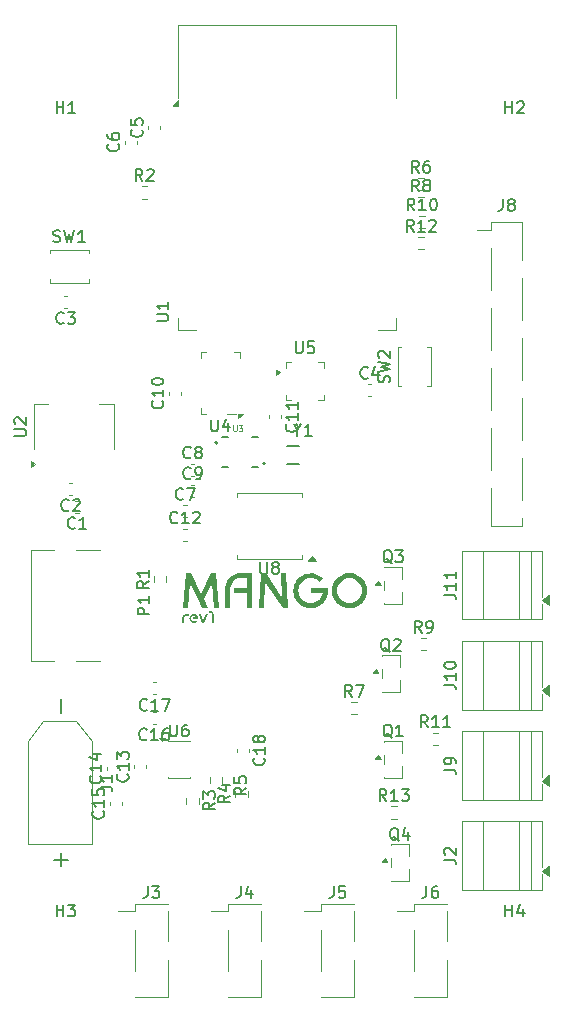
<source format=gbr>
%TF.GenerationSoftware,KiCad,Pcbnew,9.0.6*%
%TF.CreationDate,2025-12-29T20:27:24-08:00*%
%TF.ProjectId,Sigma1,5369676d-6131-42e6-9b69-6361645f7063,rev?*%
%TF.SameCoordinates,Original*%
%TF.FileFunction,Legend,Top*%
%TF.FilePolarity,Positive*%
%FSLAX46Y46*%
G04 Gerber Fmt 4.6, Leading zero omitted, Abs format (unit mm)*
G04 Created by KiCad (PCBNEW 9.0.6) date 2025-12-29 20:27:24*
%MOMM*%
%LPD*%
G01*
G04 APERTURE LIST*
%ADD10C,0.100000*%
%ADD11C,0.150000*%
%ADD12C,0.120000*%
%ADD13C,0.127000*%
%ADD14C,0.200000*%
G04 APERTURE END LIST*
D10*
G36*
X26885973Y-56430000D02*
G01*
X26885973Y-56039699D01*
X26890323Y-55977206D01*
X26903007Y-55919923D01*
X26923770Y-55867020D01*
X26953354Y-55818949D01*
X26992448Y-55776896D01*
X27042166Y-55740380D01*
X27097816Y-55713751D01*
X27161530Y-55697203D01*
X27234996Y-55691409D01*
X27421353Y-55691409D01*
X27421353Y-55836001D01*
X27234263Y-55836001D01*
X27171032Y-55842970D01*
X27121144Y-55862365D01*
X27081550Y-55893459D01*
X27051793Y-55934530D01*
X27033705Y-55982426D01*
X27027390Y-56039089D01*
X27027390Y-56430000D01*
X26885973Y-56430000D01*
G37*
G36*
X27856716Y-55836612D02*
G01*
X27810989Y-55840865D01*
X27769502Y-55853310D01*
X27731347Y-55873959D01*
X27695882Y-55903473D01*
X27666466Y-55938983D01*
X27645870Y-55977213D01*
X27633451Y-56018808D01*
X27629204Y-56064673D01*
X27633456Y-56110500D01*
X27645893Y-56152071D01*
X27666526Y-56190294D01*
X27696004Y-56225812D01*
X27731494Y-56255295D01*
X27769678Y-56275927D01*
X27811198Y-56288362D01*
X27856960Y-56292613D01*
X27902688Y-56288341D01*
X27944305Y-56275827D01*
X27982707Y-56255030D01*
X28018527Y-56225263D01*
X28118972Y-56327234D01*
X28061826Y-56374201D01*
X28000057Y-56407164D01*
X27932608Y-56427084D01*
X27857998Y-56433907D01*
X27783488Y-56427004D01*
X27715936Y-56406816D01*
X27653866Y-56373339D01*
X27596231Y-56325525D01*
X27548349Y-56267906D01*
X27514857Y-56205976D01*
X27494681Y-56138699D01*
X27487787Y-56064612D01*
X27494679Y-55990522D01*
X27514846Y-55923254D01*
X27548319Y-55861346D01*
X27596170Y-55803761D01*
X27653781Y-55755913D01*
X27715813Y-55722418D01*
X27783311Y-55702223D01*
X27857754Y-55695317D01*
X27932268Y-55702201D01*
X27999670Y-55722311D01*
X28061450Y-55755622D01*
X28118667Y-55803150D01*
X28166217Y-55860436D01*
X28199484Y-55922025D01*
X28219528Y-55988948D01*
X28226378Y-56062658D01*
X28219417Y-56133611D01*
X27753524Y-56133611D01*
X27753524Y-55992316D01*
X28072932Y-55992316D01*
X28053812Y-55949286D01*
X28026640Y-55912123D01*
X27990744Y-55880087D01*
X27949237Y-55855888D01*
X27904888Y-55841489D01*
X27856716Y-55836612D01*
G37*
G36*
X28660825Y-56210364D02*
G01*
X28858234Y-55691409D01*
X29024808Y-55691409D01*
X28744783Y-56430000D01*
X28578210Y-56430000D01*
X28298185Y-55691409D01*
X28464820Y-55691409D01*
X28660825Y-56210364D01*
G37*
G36*
X29540160Y-55722367D02*
G01*
X29540160Y-56430000D01*
X29398743Y-56430000D01*
X29398743Y-55721024D01*
X29394404Y-55686108D01*
X29381730Y-55655581D01*
X29360336Y-55628333D01*
X29332855Y-55607127D01*
X29302681Y-55594653D01*
X29268806Y-55590415D01*
X29129099Y-55590415D01*
X29129099Y-55449120D01*
X29268440Y-55449120D01*
X29322549Y-55454179D01*
X29371859Y-55469010D01*
X29417423Y-55493672D01*
X29459987Y-55528988D01*
X29495337Y-55571427D01*
X29520101Y-55617228D01*
X29535045Y-55667172D01*
X29540160Y-55722367D01*
G37*
G36*
X29732397Y-52247362D02*
G01*
X29992882Y-55190000D01*
X29564419Y-55190000D01*
X29379588Y-53071315D01*
X28699249Y-54462766D01*
X29052058Y-55190000D01*
X28581646Y-55190000D01*
X28224624Y-54462766D01*
X27544286Y-53071315D01*
X27359455Y-55190000D01*
X26930992Y-55190000D01*
X27191477Y-52247362D01*
X27619757Y-52247362D01*
X28464043Y-53975136D01*
X29303934Y-52247362D01*
X29732397Y-52247362D01*
G37*
G36*
X31817192Y-52247362D02*
G01*
X32807292Y-52247362D01*
X32807292Y-55190000D01*
X32383042Y-55190000D01*
X32383042Y-53935568D01*
X31286697Y-53935568D01*
X31286697Y-53511685D01*
X32383042Y-53511685D01*
X32383042Y-52671245D01*
X31818108Y-52671245D01*
X31614847Y-52690945D01*
X31441047Y-52747267D01*
X31290773Y-52838896D01*
X31160118Y-52968367D01*
X31057159Y-53122394D01*
X30982427Y-53295863D01*
X30935991Y-53492252D01*
X30919783Y-53715933D01*
X30919783Y-55190000D01*
X30495533Y-55190000D01*
X30495533Y-53718681D01*
X30513902Y-53450532D01*
X30567419Y-53205088D01*
X30654902Y-52978808D01*
X30777986Y-52771206D01*
X30931778Y-52594948D01*
X31118536Y-52447030D01*
X31274609Y-52360421D01*
X31441705Y-52298295D01*
X31621782Y-52260354D01*
X31817192Y-52247362D01*
G37*
G36*
X35382466Y-55190000D02*
G01*
X33916643Y-52978808D01*
X33832745Y-55190000D01*
X33404282Y-55190000D01*
X33517672Y-52247362D01*
X33946135Y-52247362D01*
X35348944Y-54366046D01*
X35269077Y-52247362D01*
X35697540Y-52247362D01*
X35810929Y-55190000D01*
X35382466Y-55190000D01*
G37*
G36*
X38778663Y-53935568D02*
G01*
X37761270Y-53935568D01*
X37761270Y-53511685D01*
X39210057Y-53511685D01*
X39226727Y-53725275D01*
X39204529Y-53984909D01*
X39138856Y-54228483D01*
X39029073Y-54459836D01*
X38881438Y-54669221D01*
X38703638Y-54846258D01*
X38493082Y-54993445D01*
X38260945Y-55102562D01*
X38016268Y-55167901D01*
X37755225Y-55190000D01*
X37494346Y-55167809D01*
X37249735Y-55102180D01*
X37017550Y-54992529D01*
X36807162Y-54844742D01*
X36629347Y-54666926D01*
X36481559Y-54456538D01*
X36371903Y-54224236D01*
X36306276Y-53979562D01*
X36284089Y-53718681D01*
X36306302Y-53457690D01*
X36371993Y-53213021D01*
X36481742Y-52980823D01*
X36629547Y-52770460D01*
X36807420Y-52592706D01*
X37017916Y-52445015D01*
X37250353Y-52335268D01*
X37495267Y-52269575D01*
X37756507Y-52247362D01*
X37953175Y-52259964D01*
X38141852Y-52297381D01*
X38324188Y-52359652D01*
X38497169Y-52444633D01*
X38653799Y-52548307D01*
X38795516Y-52671245D01*
X38493998Y-52982655D01*
X38332162Y-52845236D01*
X38157328Y-52749086D01*
X37966461Y-52691095D01*
X37755225Y-52671245D01*
X37543820Y-52690789D01*
X37352497Y-52747892D01*
X37177033Y-52842503D01*
X37014436Y-52977526D01*
X36879520Y-53140108D01*
X36784962Y-53315624D01*
X36727879Y-53507072D01*
X36708339Y-53718681D01*
X36727857Y-53930308D01*
X36784876Y-54121797D01*
X36879325Y-54297369D01*
X37014070Y-54460019D01*
X37176482Y-54594960D01*
X37351762Y-54689514D01*
X37542903Y-54746584D01*
X37754125Y-54766116D01*
X37937805Y-54751084D01*
X38107584Y-54706935D01*
X38266252Y-54633779D01*
X38415963Y-54529994D01*
X38547259Y-54403016D01*
X38650295Y-54262806D01*
X38727205Y-54107801D01*
X38778663Y-53935568D01*
G37*
G36*
X41298970Y-52267456D02*
G01*
X41543660Y-52332267D01*
X41775706Y-52440436D01*
X41986015Y-52586581D01*
X42163830Y-52763731D01*
X42311697Y-52974595D01*
X42421527Y-53207359D01*
X42487179Y-53451866D01*
X42509351Y-53711903D01*
X42487146Y-53971904D01*
X42421465Y-54215719D01*
X42311697Y-54447196D01*
X42164046Y-54656824D01*
X41986244Y-54834040D01*
X41775706Y-54981355D01*
X41543549Y-55090683D01*
X41298874Y-55156139D01*
X41037848Y-55178276D01*
X40776944Y-55156143D01*
X40532329Y-55090689D01*
X40300174Y-54981355D01*
X40089739Y-54834058D01*
X39911931Y-54656843D01*
X39764183Y-54447196D01*
X39654520Y-54215729D01*
X39588898Y-53971913D01*
X39566713Y-53711903D01*
X39566885Y-53709888D01*
X39990963Y-53709888D01*
X40010414Y-53919159D01*
X40067356Y-54109321D01*
X40161893Y-54284484D01*
X40297060Y-54447562D01*
X40459688Y-54582840D01*
X40635190Y-54677618D01*
X40826560Y-54734817D01*
X41038032Y-54754392D01*
X41249503Y-54734817D01*
X41440873Y-54677618D01*
X41616375Y-54582840D01*
X41779003Y-54447562D01*
X41914171Y-54284484D01*
X42008708Y-54109321D01*
X42065649Y-53919159D01*
X42085101Y-53709888D01*
X42065615Y-53500503D01*
X42008628Y-53310676D01*
X41914093Y-53136234D01*
X41779003Y-52974228D01*
X41616496Y-52839921D01*
X41441031Y-52745748D01*
X41249613Y-52688882D01*
X41038032Y-52669413D01*
X40826450Y-52688882D01*
X40635033Y-52745748D01*
X40459567Y-52839921D01*
X40297060Y-52974228D01*
X40161970Y-53136234D01*
X40067435Y-53310676D01*
X40010448Y-53500503D01*
X39990963Y-53709888D01*
X39566885Y-53709888D01*
X39588865Y-53451857D01*
X39654458Y-53207349D01*
X39764183Y-52974595D01*
X39912148Y-52763711D01*
X40089968Y-52586563D01*
X40300174Y-52440436D01*
X40532218Y-52332261D01*
X40776848Y-52267453D01*
X41037848Y-52245530D01*
X41298970Y-52267456D01*
G37*
D11*
X49034819Y-54059523D02*
X49749104Y-54059523D01*
X49749104Y-54059523D02*
X49891961Y-54107142D01*
X49891961Y-54107142D02*
X49987200Y-54202380D01*
X49987200Y-54202380D02*
X50034819Y-54345237D01*
X50034819Y-54345237D02*
X50034819Y-54440475D01*
X50034819Y-53059523D02*
X50034819Y-53630951D01*
X50034819Y-53345237D02*
X49034819Y-53345237D01*
X49034819Y-53345237D02*
X49177676Y-53440475D01*
X49177676Y-53440475D02*
X49272914Y-53535713D01*
X49272914Y-53535713D02*
X49320533Y-53630951D01*
X50034819Y-52107142D02*
X50034819Y-52678570D01*
X50034819Y-52392856D02*
X49034819Y-52392856D01*
X49034819Y-52392856D02*
X49177676Y-52488094D01*
X49177676Y-52488094D02*
X49272914Y-52583332D01*
X49272914Y-52583332D02*
X49320533Y-52678570D01*
X30924819Y-71066666D02*
X30448628Y-71399999D01*
X30924819Y-71638094D02*
X29924819Y-71638094D01*
X29924819Y-71638094D02*
X29924819Y-71257142D01*
X29924819Y-71257142D02*
X29972438Y-71161904D01*
X29972438Y-71161904D02*
X30020057Y-71114285D01*
X30020057Y-71114285D02*
X30115295Y-71066666D01*
X30115295Y-71066666D02*
X30258152Y-71066666D01*
X30258152Y-71066666D02*
X30353390Y-71114285D01*
X30353390Y-71114285D02*
X30401009Y-71161904D01*
X30401009Y-71161904D02*
X30448628Y-71257142D01*
X30448628Y-71257142D02*
X30448628Y-71638094D01*
X30258152Y-70209523D02*
X30924819Y-70209523D01*
X29877200Y-70447618D02*
X30591485Y-70685713D01*
X30591485Y-70685713D02*
X30591485Y-70066666D01*
D12*
X31208285Y-39731017D02*
X31208285Y-40119588D01*
X31208285Y-40119588D02*
X31231142Y-40165302D01*
X31231142Y-40165302D02*
X31254000Y-40188160D01*
X31254000Y-40188160D02*
X31299714Y-40211017D01*
X31299714Y-40211017D02*
X31391142Y-40211017D01*
X31391142Y-40211017D02*
X31436857Y-40188160D01*
X31436857Y-40188160D02*
X31459714Y-40165302D01*
X31459714Y-40165302D02*
X31482571Y-40119588D01*
X31482571Y-40119588D02*
X31482571Y-39731017D01*
X31665428Y-39731017D02*
X31962571Y-39731017D01*
X31962571Y-39731017D02*
X31802571Y-39913874D01*
X31802571Y-39913874D02*
X31871142Y-39913874D01*
X31871142Y-39913874D02*
X31916857Y-39936731D01*
X31916857Y-39936731D02*
X31939714Y-39959588D01*
X31939714Y-39959588D02*
X31962571Y-40005302D01*
X31962571Y-40005302D02*
X31962571Y-40119588D01*
X31962571Y-40119588D02*
X31939714Y-40165302D01*
X31939714Y-40165302D02*
X31916857Y-40188160D01*
X31916857Y-40188160D02*
X31871142Y-40211017D01*
X31871142Y-40211017D02*
X31733999Y-40211017D01*
X31733999Y-40211017D02*
X31688285Y-40188160D01*
X31688285Y-40188160D02*
X31665428Y-40165302D01*
D11*
X49034819Y-68863333D02*
X49749104Y-68863333D01*
X49749104Y-68863333D02*
X49891961Y-68910952D01*
X49891961Y-68910952D02*
X49987200Y-69006190D01*
X49987200Y-69006190D02*
X50034819Y-69149047D01*
X50034819Y-69149047D02*
X50034819Y-69244285D01*
X50034819Y-68339523D02*
X50034819Y-68149047D01*
X50034819Y-68149047D02*
X49987200Y-68053809D01*
X49987200Y-68053809D02*
X49939580Y-68006190D01*
X49939580Y-68006190D02*
X49796723Y-67910952D01*
X49796723Y-67910952D02*
X49606247Y-67863333D01*
X49606247Y-67863333D02*
X49225295Y-67863333D01*
X49225295Y-67863333D02*
X49130057Y-67910952D01*
X49130057Y-67910952D02*
X49082438Y-67958571D01*
X49082438Y-67958571D02*
X49034819Y-68053809D01*
X49034819Y-68053809D02*
X49034819Y-68244285D01*
X49034819Y-68244285D02*
X49082438Y-68339523D01*
X49082438Y-68339523D02*
X49130057Y-68387142D01*
X49130057Y-68387142D02*
X49225295Y-68434761D01*
X49225295Y-68434761D02*
X49463390Y-68434761D01*
X49463390Y-68434761D02*
X49558628Y-68387142D01*
X49558628Y-68387142D02*
X49606247Y-68339523D01*
X49606247Y-68339523D02*
X49653866Y-68244285D01*
X49653866Y-68244285D02*
X49653866Y-68053809D01*
X49653866Y-68053809D02*
X49606247Y-67958571D01*
X49606247Y-67958571D02*
X49558628Y-67910952D01*
X49558628Y-67910952D02*
X49463390Y-67863333D01*
X29634819Y-71666666D02*
X29158628Y-71999999D01*
X29634819Y-72238094D02*
X28634819Y-72238094D01*
X28634819Y-72238094D02*
X28634819Y-71857142D01*
X28634819Y-71857142D02*
X28682438Y-71761904D01*
X28682438Y-71761904D02*
X28730057Y-71714285D01*
X28730057Y-71714285D02*
X28825295Y-71666666D01*
X28825295Y-71666666D02*
X28968152Y-71666666D01*
X28968152Y-71666666D02*
X29063390Y-71714285D01*
X29063390Y-71714285D02*
X29111009Y-71761904D01*
X29111009Y-71761904D02*
X29158628Y-71857142D01*
X29158628Y-71857142D02*
X29158628Y-72238094D01*
X28634819Y-71333332D02*
X28634819Y-70714285D01*
X28634819Y-70714285D02*
X29015771Y-71047618D01*
X29015771Y-71047618D02*
X29015771Y-70904761D01*
X29015771Y-70904761D02*
X29063390Y-70809523D01*
X29063390Y-70809523D02*
X29111009Y-70761904D01*
X29111009Y-70761904D02*
X29206247Y-70714285D01*
X29206247Y-70714285D02*
X29444342Y-70714285D01*
X29444342Y-70714285D02*
X29539580Y-70761904D01*
X29539580Y-70761904D02*
X29587200Y-70809523D01*
X29587200Y-70809523D02*
X29634819Y-70904761D01*
X29634819Y-70904761D02*
X29634819Y-71190475D01*
X29634819Y-71190475D02*
X29587200Y-71285713D01*
X29587200Y-71285713D02*
X29539580Y-71333332D01*
X17258333Y-46889580D02*
X17210714Y-46937200D01*
X17210714Y-46937200D02*
X17067857Y-46984819D01*
X17067857Y-46984819D02*
X16972619Y-46984819D01*
X16972619Y-46984819D02*
X16829762Y-46937200D01*
X16829762Y-46937200D02*
X16734524Y-46841961D01*
X16734524Y-46841961D02*
X16686905Y-46746723D01*
X16686905Y-46746723D02*
X16639286Y-46556247D01*
X16639286Y-46556247D02*
X16639286Y-46413390D01*
X16639286Y-46413390D02*
X16686905Y-46222914D01*
X16686905Y-46222914D02*
X16734524Y-46127676D01*
X16734524Y-46127676D02*
X16829762Y-46032438D01*
X16829762Y-46032438D02*
X16972619Y-45984819D01*
X16972619Y-45984819D02*
X17067857Y-45984819D01*
X17067857Y-45984819D02*
X17210714Y-46032438D01*
X17210714Y-46032438D02*
X17258333Y-46080057D01*
X17639286Y-46080057D02*
X17686905Y-46032438D01*
X17686905Y-46032438D02*
X17782143Y-45984819D01*
X17782143Y-45984819D02*
X18020238Y-45984819D01*
X18020238Y-45984819D02*
X18115476Y-46032438D01*
X18115476Y-46032438D02*
X18163095Y-46080057D01*
X18163095Y-46080057D02*
X18210714Y-46175295D01*
X18210714Y-46175295D02*
X18210714Y-46270533D01*
X18210714Y-46270533D02*
X18163095Y-46413390D01*
X18163095Y-46413390D02*
X17591667Y-46984819D01*
X17591667Y-46984819D02*
X18210714Y-46984819D01*
X46908333Y-18324819D02*
X46575000Y-17848628D01*
X46336905Y-18324819D02*
X46336905Y-17324819D01*
X46336905Y-17324819D02*
X46717857Y-17324819D01*
X46717857Y-17324819D02*
X46813095Y-17372438D01*
X46813095Y-17372438D02*
X46860714Y-17420057D01*
X46860714Y-17420057D02*
X46908333Y-17515295D01*
X46908333Y-17515295D02*
X46908333Y-17658152D01*
X46908333Y-17658152D02*
X46860714Y-17753390D01*
X46860714Y-17753390D02*
X46813095Y-17801009D01*
X46813095Y-17801009D02*
X46717857Y-17848628D01*
X46717857Y-17848628D02*
X46336905Y-17848628D01*
X47765476Y-17324819D02*
X47575000Y-17324819D01*
X47575000Y-17324819D02*
X47479762Y-17372438D01*
X47479762Y-17372438D02*
X47432143Y-17420057D01*
X47432143Y-17420057D02*
X47336905Y-17562914D01*
X47336905Y-17562914D02*
X47289286Y-17753390D01*
X47289286Y-17753390D02*
X47289286Y-18134342D01*
X47289286Y-18134342D02*
X47336905Y-18229580D01*
X47336905Y-18229580D02*
X47384524Y-18277200D01*
X47384524Y-18277200D02*
X47479762Y-18324819D01*
X47479762Y-18324819D02*
X47670238Y-18324819D01*
X47670238Y-18324819D02*
X47765476Y-18277200D01*
X47765476Y-18277200D02*
X47813095Y-18229580D01*
X47813095Y-18229580D02*
X47860714Y-18134342D01*
X47860714Y-18134342D02*
X47860714Y-17896247D01*
X47860714Y-17896247D02*
X47813095Y-17801009D01*
X47813095Y-17801009D02*
X47765476Y-17753390D01*
X47765476Y-17753390D02*
X47670238Y-17705771D01*
X47670238Y-17705771D02*
X47479762Y-17705771D01*
X47479762Y-17705771D02*
X47384524Y-17753390D01*
X47384524Y-17753390D02*
X47336905Y-17801009D01*
X47336905Y-17801009D02*
X47289286Y-17896247D01*
X23857142Y-66289580D02*
X23809523Y-66337200D01*
X23809523Y-66337200D02*
X23666666Y-66384819D01*
X23666666Y-66384819D02*
X23571428Y-66384819D01*
X23571428Y-66384819D02*
X23428571Y-66337200D01*
X23428571Y-66337200D02*
X23333333Y-66241961D01*
X23333333Y-66241961D02*
X23285714Y-66146723D01*
X23285714Y-66146723D02*
X23238095Y-65956247D01*
X23238095Y-65956247D02*
X23238095Y-65813390D01*
X23238095Y-65813390D02*
X23285714Y-65622914D01*
X23285714Y-65622914D02*
X23333333Y-65527676D01*
X23333333Y-65527676D02*
X23428571Y-65432438D01*
X23428571Y-65432438D02*
X23571428Y-65384819D01*
X23571428Y-65384819D02*
X23666666Y-65384819D01*
X23666666Y-65384819D02*
X23809523Y-65432438D01*
X23809523Y-65432438D02*
X23857142Y-65480057D01*
X24809523Y-66384819D02*
X24238095Y-66384819D01*
X24523809Y-66384819D02*
X24523809Y-65384819D01*
X24523809Y-65384819D02*
X24428571Y-65527676D01*
X24428571Y-65527676D02*
X24333333Y-65622914D01*
X24333333Y-65622914D02*
X24238095Y-65670533D01*
X25666666Y-65384819D02*
X25476190Y-65384819D01*
X25476190Y-65384819D02*
X25380952Y-65432438D01*
X25380952Y-65432438D02*
X25333333Y-65480057D01*
X25333333Y-65480057D02*
X25238095Y-65622914D01*
X25238095Y-65622914D02*
X25190476Y-65813390D01*
X25190476Y-65813390D02*
X25190476Y-66194342D01*
X25190476Y-66194342D02*
X25238095Y-66289580D01*
X25238095Y-66289580D02*
X25285714Y-66337200D01*
X25285714Y-66337200D02*
X25380952Y-66384819D01*
X25380952Y-66384819D02*
X25571428Y-66384819D01*
X25571428Y-66384819D02*
X25666666Y-66337200D01*
X25666666Y-66337200D02*
X25714285Y-66289580D01*
X25714285Y-66289580D02*
X25761904Y-66194342D01*
X25761904Y-66194342D02*
X25761904Y-65956247D01*
X25761904Y-65956247D02*
X25714285Y-65861009D01*
X25714285Y-65861009D02*
X25666666Y-65813390D01*
X25666666Y-65813390D02*
X25571428Y-65765771D01*
X25571428Y-65765771D02*
X25380952Y-65765771D01*
X25380952Y-65765771D02*
X25285714Y-65813390D01*
X25285714Y-65813390D02*
X25238095Y-65861009D01*
X25238095Y-65861009D02*
X25190476Y-65956247D01*
X27583333Y-44179580D02*
X27535714Y-44227200D01*
X27535714Y-44227200D02*
X27392857Y-44274819D01*
X27392857Y-44274819D02*
X27297619Y-44274819D01*
X27297619Y-44274819D02*
X27154762Y-44227200D01*
X27154762Y-44227200D02*
X27059524Y-44131961D01*
X27059524Y-44131961D02*
X27011905Y-44036723D01*
X27011905Y-44036723D02*
X26964286Y-43846247D01*
X26964286Y-43846247D02*
X26964286Y-43703390D01*
X26964286Y-43703390D02*
X27011905Y-43512914D01*
X27011905Y-43512914D02*
X27059524Y-43417676D01*
X27059524Y-43417676D02*
X27154762Y-43322438D01*
X27154762Y-43322438D02*
X27297619Y-43274819D01*
X27297619Y-43274819D02*
X27392857Y-43274819D01*
X27392857Y-43274819D02*
X27535714Y-43322438D01*
X27535714Y-43322438D02*
X27583333Y-43370057D01*
X28059524Y-44274819D02*
X28250000Y-44274819D01*
X28250000Y-44274819D02*
X28345238Y-44227200D01*
X28345238Y-44227200D02*
X28392857Y-44179580D01*
X28392857Y-44179580D02*
X28488095Y-44036723D01*
X28488095Y-44036723D02*
X28535714Y-43846247D01*
X28535714Y-43846247D02*
X28535714Y-43465295D01*
X28535714Y-43465295D02*
X28488095Y-43370057D01*
X28488095Y-43370057D02*
X28440476Y-43322438D01*
X28440476Y-43322438D02*
X28345238Y-43274819D01*
X28345238Y-43274819D02*
X28154762Y-43274819D01*
X28154762Y-43274819D02*
X28059524Y-43322438D01*
X28059524Y-43322438D02*
X28011905Y-43370057D01*
X28011905Y-43370057D02*
X27964286Y-43465295D01*
X27964286Y-43465295D02*
X27964286Y-43703390D01*
X27964286Y-43703390D02*
X28011905Y-43798628D01*
X28011905Y-43798628D02*
X28059524Y-43846247D01*
X28059524Y-43846247D02*
X28154762Y-43893866D01*
X28154762Y-43893866D02*
X28345238Y-43893866D01*
X28345238Y-43893866D02*
X28440476Y-43846247D01*
X28440476Y-43846247D02*
X28488095Y-43798628D01*
X28488095Y-43798628D02*
X28535714Y-43703390D01*
X29313095Y-39229819D02*
X29313095Y-40039342D01*
X29313095Y-40039342D02*
X29360714Y-40134580D01*
X29360714Y-40134580D02*
X29408333Y-40182200D01*
X29408333Y-40182200D02*
X29503571Y-40229819D01*
X29503571Y-40229819D02*
X29694047Y-40229819D01*
X29694047Y-40229819D02*
X29789285Y-40182200D01*
X29789285Y-40182200D02*
X29836904Y-40134580D01*
X29836904Y-40134580D02*
X29884523Y-40039342D01*
X29884523Y-40039342D02*
X29884523Y-39229819D01*
X30789285Y-39563152D02*
X30789285Y-40229819D01*
X30551190Y-39182200D02*
X30313095Y-39896485D01*
X30313095Y-39896485D02*
X30932142Y-39896485D01*
X27583333Y-42429580D02*
X27535714Y-42477200D01*
X27535714Y-42477200D02*
X27392857Y-42524819D01*
X27392857Y-42524819D02*
X27297619Y-42524819D01*
X27297619Y-42524819D02*
X27154762Y-42477200D01*
X27154762Y-42477200D02*
X27059524Y-42381961D01*
X27059524Y-42381961D02*
X27011905Y-42286723D01*
X27011905Y-42286723D02*
X26964286Y-42096247D01*
X26964286Y-42096247D02*
X26964286Y-41953390D01*
X26964286Y-41953390D02*
X27011905Y-41762914D01*
X27011905Y-41762914D02*
X27059524Y-41667676D01*
X27059524Y-41667676D02*
X27154762Y-41572438D01*
X27154762Y-41572438D02*
X27297619Y-41524819D01*
X27297619Y-41524819D02*
X27392857Y-41524819D01*
X27392857Y-41524819D02*
X27535714Y-41572438D01*
X27535714Y-41572438D02*
X27583333Y-41620057D01*
X28154762Y-41953390D02*
X28059524Y-41905771D01*
X28059524Y-41905771D02*
X28011905Y-41858152D01*
X28011905Y-41858152D02*
X27964286Y-41762914D01*
X27964286Y-41762914D02*
X27964286Y-41715295D01*
X27964286Y-41715295D02*
X28011905Y-41620057D01*
X28011905Y-41620057D02*
X28059524Y-41572438D01*
X28059524Y-41572438D02*
X28154762Y-41524819D01*
X28154762Y-41524819D02*
X28345238Y-41524819D01*
X28345238Y-41524819D02*
X28440476Y-41572438D01*
X28440476Y-41572438D02*
X28488095Y-41620057D01*
X28488095Y-41620057D02*
X28535714Y-41715295D01*
X28535714Y-41715295D02*
X28535714Y-41762914D01*
X28535714Y-41762914D02*
X28488095Y-41858152D01*
X28488095Y-41858152D02*
X28440476Y-41905771D01*
X28440476Y-41905771D02*
X28345238Y-41953390D01*
X28345238Y-41953390D02*
X28154762Y-41953390D01*
X28154762Y-41953390D02*
X28059524Y-42001009D01*
X28059524Y-42001009D02*
X28011905Y-42048628D01*
X28011905Y-42048628D02*
X27964286Y-42143866D01*
X27964286Y-42143866D02*
X27964286Y-42334342D01*
X27964286Y-42334342D02*
X28011905Y-42429580D01*
X28011905Y-42429580D02*
X28059524Y-42477200D01*
X28059524Y-42477200D02*
X28154762Y-42524819D01*
X28154762Y-42524819D02*
X28345238Y-42524819D01*
X28345238Y-42524819D02*
X28440476Y-42477200D01*
X28440476Y-42477200D02*
X28488095Y-42429580D01*
X28488095Y-42429580D02*
X28535714Y-42334342D01*
X28535714Y-42334342D02*
X28535714Y-42143866D01*
X28535714Y-42143866D02*
X28488095Y-42048628D01*
X28488095Y-42048628D02*
X28440476Y-42001009D01*
X28440476Y-42001009D02*
X28345238Y-41953390D01*
X24704819Y-30881904D02*
X25514342Y-30881904D01*
X25514342Y-30881904D02*
X25609580Y-30834285D01*
X25609580Y-30834285D02*
X25657200Y-30786666D01*
X25657200Y-30786666D02*
X25704819Y-30691428D01*
X25704819Y-30691428D02*
X25704819Y-30500952D01*
X25704819Y-30500952D02*
X25657200Y-30405714D01*
X25657200Y-30405714D02*
X25609580Y-30358095D01*
X25609580Y-30358095D02*
X25514342Y-30310476D01*
X25514342Y-30310476D02*
X24704819Y-30310476D01*
X25704819Y-29310476D02*
X25704819Y-29881904D01*
X25704819Y-29596190D02*
X24704819Y-29596190D01*
X24704819Y-29596190D02*
X24847676Y-29691428D01*
X24847676Y-29691428D02*
X24942914Y-29786666D01*
X24942914Y-29786666D02*
X24990533Y-29881904D01*
X24024819Y-52916666D02*
X23548628Y-53249999D01*
X24024819Y-53488094D02*
X23024819Y-53488094D01*
X23024819Y-53488094D02*
X23024819Y-53107142D01*
X23024819Y-53107142D02*
X23072438Y-53011904D01*
X23072438Y-53011904D02*
X23120057Y-52964285D01*
X23120057Y-52964285D02*
X23215295Y-52916666D01*
X23215295Y-52916666D02*
X23358152Y-52916666D01*
X23358152Y-52916666D02*
X23453390Y-52964285D01*
X23453390Y-52964285D02*
X23501009Y-53011904D01*
X23501009Y-53011904D02*
X23548628Y-53107142D01*
X23548628Y-53107142D02*
X23548628Y-53488094D01*
X24024819Y-51964285D02*
X24024819Y-52535713D01*
X24024819Y-52249999D02*
X23024819Y-52249999D01*
X23024819Y-52249999D02*
X23167676Y-52345237D01*
X23167676Y-52345237D02*
X23262914Y-52440475D01*
X23262914Y-52440475D02*
X23310533Y-52535713D01*
X44407200Y-36083332D02*
X44454819Y-35940475D01*
X44454819Y-35940475D02*
X44454819Y-35702380D01*
X44454819Y-35702380D02*
X44407200Y-35607142D01*
X44407200Y-35607142D02*
X44359580Y-35559523D01*
X44359580Y-35559523D02*
X44264342Y-35511904D01*
X44264342Y-35511904D02*
X44169104Y-35511904D01*
X44169104Y-35511904D02*
X44073866Y-35559523D01*
X44073866Y-35559523D02*
X44026247Y-35607142D01*
X44026247Y-35607142D02*
X43978628Y-35702380D01*
X43978628Y-35702380D02*
X43931009Y-35892856D01*
X43931009Y-35892856D02*
X43883390Y-35988094D01*
X43883390Y-35988094D02*
X43835771Y-36035713D01*
X43835771Y-36035713D02*
X43740533Y-36083332D01*
X43740533Y-36083332D02*
X43645295Y-36083332D01*
X43645295Y-36083332D02*
X43550057Y-36035713D01*
X43550057Y-36035713D02*
X43502438Y-35988094D01*
X43502438Y-35988094D02*
X43454819Y-35892856D01*
X43454819Y-35892856D02*
X43454819Y-35654761D01*
X43454819Y-35654761D02*
X43502438Y-35511904D01*
X43454819Y-35178570D02*
X44454819Y-34940475D01*
X44454819Y-34940475D02*
X43740533Y-34749999D01*
X43740533Y-34749999D02*
X44454819Y-34559523D01*
X44454819Y-34559523D02*
X43454819Y-34321428D01*
X43550057Y-33988094D02*
X43502438Y-33940475D01*
X43502438Y-33940475D02*
X43454819Y-33845237D01*
X43454819Y-33845237D02*
X43454819Y-33607142D01*
X43454819Y-33607142D02*
X43502438Y-33511904D01*
X43502438Y-33511904D02*
X43550057Y-33464285D01*
X43550057Y-33464285D02*
X43645295Y-33416666D01*
X43645295Y-33416666D02*
X43740533Y-33416666D01*
X43740533Y-33416666D02*
X43883390Y-33464285D01*
X43883390Y-33464285D02*
X44454819Y-34035713D01*
X44454819Y-34035713D02*
X44454819Y-33416666D01*
X41233333Y-62704819D02*
X40900000Y-62228628D01*
X40661905Y-62704819D02*
X40661905Y-61704819D01*
X40661905Y-61704819D02*
X41042857Y-61704819D01*
X41042857Y-61704819D02*
X41138095Y-61752438D01*
X41138095Y-61752438D02*
X41185714Y-61800057D01*
X41185714Y-61800057D02*
X41233333Y-61895295D01*
X41233333Y-61895295D02*
X41233333Y-62038152D01*
X41233333Y-62038152D02*
X41185714Y-62133390D01*
X41185714Y-62133390D02*
X41138095Y-62181009D01*
X41138095Y-62181009D02*
X41042857Y-62228628D01*
X41042857Y-62228628D02*
X40661905Y-62228628D01*
X41566667Y-61704819D02*
X42233333Y-61704819D01*
X42233333Y-61704819D02*
X41804762Y-62704819D01*
X23508333Y-19024819D02*
X23175000Y-18548628D01*
X22936905Y-19024819D02*
X22936905Y-18024819D01*
X22936905Y-18024819D02*
X23317857Y-18024819D01*
X23317857Y-18024819D02*
X23413095Y-18072438D01*
X23413095Y-18072438D02*
X23460714Y-18120057D01*
X23460714Y-18120057D02*
X23508333Y-18215295D01*
X23508333Y-18215295D02*
X23508333Y-18358152D01*
X23508333Y-18358152D02*
X23460714Y-18453390D01*
X23460714Y-18453390D02*
X23413095Y-18501009D01*
X23413095Y-18501009D02*
X23317857Y-18548628D01*
X23317857Y-18548628D02*
X22936905Y-18548628D01*
X23889286Y-18120057D02*
X23936905Y-18072438D01*
X23936905Y-18072438D02*
X24032143Y-18024819D01*
X24032143Y-18024819D02*
X24270238Y-18024819D01*
X24270238Y-18024819D02*
X24365476Y-18072438D01*
X24365476Y-18072438D02*
X24413095Y-18120057D01*
X24413095Y-18120057D02*
X24460714Y-18215295D01*
X24460714Y-18215295D02*
X24460714Y-18310533D01*
X24460714Y-18310533D02*
X24413095Y-18453390D01*
X24413095Y-18453390D02*
X23841667Y-19024819D01*
X23841667Y-19024819D02*
X24460714Y-19024819D01*
X32284819Y-70404166D02*
X31808628Y-70737499D01*
X32284819Y-70975594D02*
X31284819Y-70975594D01*
X31284819Y-70975594D02*
X31284819Y-70594642D01*
X31284819Y-70594642D02*
X31332438Y-70499404D01*
X31332438Y-70499404D02*
X31380057Y-70451785D01*
X31380057Y-70451785D02*
X31475295Y-70404166D01*
X31475295Y-70404166D02*
X31618152Y-70404166D01*
X31618152Y-70404166D02*
X31713390Y-70451785D01*
X31713390Y-70451785D02*
X31761009Y-70499404D01*
X31761009Y-70499404D02*
X31808628Y-70594642D01*
X31808628Y-70594642D02*
X31808628Y-70975594D01*
X31284819Y-69499404D02*
X31284819Y-69975594D01*
X31284819Y-69975594D02*
X31761009Y-70023213D01*
X31761009Y-70023213D02*
X31713390Y-69975594D01*
X31713390Y-69975594D02*
X31665771Y-69880356D01*
X31665771Y-69880356D02*
X31665771Y-69642261D01*
X31665771Y-69642261D02*
X31713390Y-69547023D01*
X31713390Y-69547023D02*
X31761009Y-69499404D01*
X31761009Y-69499404D02*
X31856247Y-69451785D01*
X31856247Y-69451785D02*
X32094342Y-69451785D01*
X32094342Y-69451785D02*
X32189580Y-69499404D01*
X32189580Y-69499404D02*
X32237200Y-69547023D01*
X32237200Y-69547023D02*
X32284819Y-69642261D01*
X32284819Y-69642261D02*
X32284819Y-69880356D01*
X32284819Y-69880356D02*
X32237200Y-69975594D01*
X32237200Y-69975594D02*
X32189580Y-70023213D01*
X17783333Y-48389580D02*
X17735714Y-48437200D01*
X17735714Y-48437200D02*
X17592857Y-48484819D01*
X17592857Y-48484819D02*
X17497619Y-48484819D01*
X17497619Y-48484819D02*
X17354762Y-48437200D01*
X17354762Y-48437200D02*
X17259524Y-48341961D01*
X17259524Y-48341961D02*
X17211905Y-48246723D01*
X17211905Y-48246723D02*
X17164286Y-48056247D01*
X17164286Y-48056247D02*
X17164286Y-47913390D01*
X17164286Y-47913390D02*
X17211905Y-47722914D01*
X17211905Y-47722914D02*
X17259524Y-47627676D01*
X17259524Y-47627676D02*
X17354762Y-47532438D01*
X17354762Y-47532438D02*
X17497619Y-47484819D01*
X17497619Y-47484819D02*
X17592857Y-47484819D01*
X17592857Y-47484819D02*
X17735714Y-47532438D01*
X17735714Y-47532438D02*
X17783333Y-47580057D01*
X18735714Y-48484819D02*
X18164286Y-48484819D01*
X18450000Y-48484819D02*
X18450000Y-47484819D01*
X18450000Y-47484819D02*
X18354762Y-47627676D01*
X18354762Y-47627676D02*
X18259524Y-47722914D01*
X18259524Y-47722914D02*
X18164286Y-47770533D01*
X36539580Y-39642857D02*
X36587200Y-39690476D01*
X36587200Y-39690476D02*
X36634819Y-39833333D01*
X36634819Y-39833333D02*
X36634819Y-39928571D01*
X36634819Y-39928571D02*
X36587200Y-40071428D01*
X36587200Y-40071428D02*
X36491961Y-40166666D01*
X36491961Y-40166666D02*
X36396723Y-40214285D01*
X36396723Y-40214285D02*
X36206247Y-40261904D01*
X36206247Y-40261904D02*
X36063390Y-40261904D01*
X36063390Y-40261904D02*
X35872914Y-40214285D01*
X35872914Y-40214285D02*
X35777676Y-40166666D01*
X35777676Y-40166666D02*
X35682438Y-40071428D01*
X35682438Y-40071428D02*
X35634819Y-39928571D01*
X35634819Y-39928571D02*
X35634819Y-39833333D01*
X35634819Y-39833333D02*
X35682438Y-39690476D01*
X35682438Y-39690476D02*
X35730057Y-39642857D01*
X36634819Y-38690476D02*
X36634819Y-39261904D01*
X36634819Y-38976190D02*
X35634819Y-38976190D01*
X35634819Y-38976190D02*
X35777676Y-39071428D01*
X35777676Y-39071428D02*
X35872914Y-39166666D01*
X35872914Y-39166666D02*
X35920533Y-39261904D01*
X36634819Y-37738095D02*
X36634819Y-38309523D01*
X36634819Y-38023809D02*
X35634819Y-38023809D01*
X35634819Y-38023809D02*
X35777676Y-38119047D01*
X35777676Y-38119047D02*
X35872914Y-38214285D01*
X35872914Y-38214285D02*
X35920533Y-38309523D01*
X33488095Y-51304819D02*
X33488095Y-52114342D01*
X33488095Y-52114342D02*
X33535714Y-52209580D01*
X33535714Y-52209580D02*
X33583333Y-52257200D01*
X33583333Y-52257200D02*
X33678571Y-52304819D01*
X33678571Y-52304819D02*
X33869047Y-52304819D01*
X33869047Y-52304819D02*
X33964285Y-52257200D01*
X33964285Y-52257200D02*
X34011904Y-52209580D01*
X34011904Y-52209580D02*
X34059523Y-52114342D01*
X34059523Y-52114342D02*
X34059523Y-51304819D01*
X34678571Y-51733390D02*
X34583333Y-51685771D01*
X34583333Y-51685771D02*
X34535714Y-51638152D01*
X34535714Y-51638152D02*
X34488095Y-51542914D01*
X34488095Y-51542914D02*
X34488095Y-51495295D01*
X34488095Y-51495295D02*
X34535714Y-51400057D01*
X34535714Y-51400057D02*
X34583333Y-51352438D01*
X34583333Y-51352438D02*
X34678571Y-51304819D01*
X34678571Y-51304819D02*
X34869047Y-51304819D01*
X34869047Y-51304819D02*
X34964285Y-51352438D01*
X34964285Y-51352438D02*
X35011904Y-51400057D01*
X35011904Y-51400057D02*
X35059523Y-51495295D01*
X35059523Y-51495295D02*
X35059523Y-51542914D01*
X35059523Y-51542914D02*
X35011904Y-51638152D01*
X35011904Y-51638152D02*
X34964285Y-51685771D01*
X34964285Y-51685771D02*
X34869047Y-51733390D01*
X34869047Y-51733390D02*
X34678571Y-51733390D01*
X34678571Y-51733390D02*
X34583333Y-51781009D01*
X34583333Y-51781009D02*
X34535714Y-51828628D01*
X34535714Y-51828628D02*
X34488095Y-51923866D01*
X34488095Y-51923866D02*
X34488095Y-52114342D01*
X34488095Y-52114342D02*
X34535714Y-52209580D01*
X34535714Y-52209580D02*
X34583333Y-52257200D01*
X34583333Y-52257200D02*
X34678571Y-52304819D01*
X34678571Y-52304819D02*
X34869047Y-52304819D01*
X34869047Y-52304819D02*
X34964285Y-52257200D01*
X34964285Y-52257200D02*
X35011904Y-52209580D01*
X35011904Y-52209580D02*
X35059523Y-52114342D01*
X35059523Y-52114342D02*
X35059523Y-51923866D01*
X35059523Y-51923866D02*
X35011904Y-51828628D01*
X35011904Y-51828628D02*
X34964285Y-51781009D01*
X34964285Y-51781009D02*
X34869047Y-51733390D01*
X26457142Y-47929580D02*
X26409523Y-47977200D01*
X26409523Y-47977200D02*
X26266666Y-48024819D01*
X26266666Y-48024819D02*
X26171428Y-48024819D01*
X26171428Y-48024819D02*
X26028571Y-47977200D01*
X26028571Y-47977200D02*
X25933333Y-47881961D01*
X25933333Y-47881961D02*
X25885714Y-47786723D01*
X25885714Y-47786723D02*
X25838095Y-47596247D01*
X25838095Y-47596247D02*
X25838095Y-47453390D01*
X25838095Y-47453390D02*
X25885714Y-47262914D01*
X25885714Y-47262914D02*
X25933333Y-47167676D01*
X25933333Y-47167676D02*
X26028571Y-47072438D01*
X26028571Y-47072438D02*
X26171428Y-47024819D01*
X26171428Y-47024819D02*
X26266666Y-47024819D01*
X26266666Y-47024819D02*
X26409523Y-47072438D01*
X26409523Y-47072438D02*
X26457142Y-47120057D01*
X27409523Y-48024819D02*
X26838095Y-48024819D01*
X27123809Y-48024819D02*
X27123809Y-47024819D01*
X27123809Y-47024819D02*
X27028571Y-47167676D01*
X27028571Y-47167676D02*
X26933333Y-47262914D01*
X26933333Y-47262914D02*
X26838095Y-47310533D01*
X27790476Y-47120057D02*
X27838095Y-47072438D01*
X27838095Y-47072438D02*
X27933333Y-47024819D01*
X27933333Y-47024819D02*
X28171428Y-47024819D01*
X28171428Y-47024819D02*
X28266666Y-47072438D01*
X28266666Y-47072438D02*
X28314285Y-47120057D01*
X28314285Y-47120057D02*
X28361904Y-47215295D01*
X28361904Y-47215295D02*
X28361904Y-47310533D01*
X28361904Y-47310533D02*
X28314285Y-47453390D01*
X28314285Y-47453390D02*
X27742857Y-48024819D01*
X27742857Y-48024819D02*
X28361904Y-48024819D01*
X16238095Y-13304819D02*
X16238095Y-12304819D01*
X16238095Y-12781009D02*
X16809523Y-12781009D01*
X16809523Y-13304819D02*
X16809523Y-12304819D01*
X17809523Y-13304819D02*
X17238095Y-13304819D01*
X17523809Y-13304819D02*
X17523809Y-12304819D01*
X17523809Y-12304819D02*
X17428571Y-12447676D01*
X17428571Y-12447676D02*
X17333333Y-12542914D01*
X17333333Y-12542914D02*
X17238095Y-12590533D01*
X19954819Y-70333333D02*
X20669104Y-70333333D01*
X20669104Y-70333333D02*
X20811961Y-70380952D01*
X20811961Y-70380952D02*
X20907200Y-70476190D01*
X20907200Y-70476190D02*
X20954819Y-70619047D01*
X20954819Y-70619047D02*
X20954819Y-70714285D01*
X20954819Y-69333333D02*
X20954819Y-69904761D01*
X20954819Y-69619047D02*
X19954819Y-69619047D01*
X19954819Y-69619047D02*
X20097676Y-69714285D01*
X20097676Y-69714285D02*
X20192914Y-69809523D01*
X20192914Y-69809523D02*
X20240533Y-69904761D01*
X16614700Y-77071428D02*
X16614700Y-75928571D01*
X17186128Y-76499999D02*
X16043271Y-76499999D01*
X16614700Y-64071428D02*
X16614700Y-62928571D01*
X54016666Y-20564819D02*
X54016666Y-21279104D01*
X54016666Y-21279104D02*
X53969047Y-21421961D01*
X53969047Y-21421961D02*
X53873809Y-21517200D01*
X53873809Y-21517200D02*
X53730952Y-21564819D01*
X53730952Y-21564819D02*
X53635714Y-21564819D01*
X54635714Y-20993390D02*
X54540476Y-20945771D01*
X54540476Y-20945771D02*
X54492857Y-20898152D01*
X54492857Y-20898152D02*
X54445238Y-20802914D01*
X54445238Y-20802914D02*
X54445238Y-20755295D01*
X54445238Y-20755295D02*
X54492857Y-20660057D01*
X54492857Y-20660057D02*
X54540476Y-20612438D01*
X54540476Y-20612438D02*
X54635714Y-20564819D01*
X54635714Y-20564819D02*
X54826190Y-20564819D01*
X54826190Y-20564819D02*
X54921428Y-20612438D01*
X54921428Y-20612438D02*
X54969047Y-20660057D01*
X54969047Y-20660057D02*
X55016666Y-20755295D01*
X55016666Y-20755295D02*
X55016666Y-20802914D01*
X55016666Y-20802914D02*
X54969047Y-20898152D01*
X54969047Y-20898152D02*
X54921428Y-20945771D01*
X54921428Y-20945771D02*
X54826190Y-20993390D01*
X54826190Y-20993390D02*
X54635714Y-20993390D01*
X54635714Y-20993390D02*
X54540476Y-21041009D01*
X54540476Y-21041009D02*
X54492857Y-21088628D01*
X54492857Y-21088628D02*
X54445238Y-21183866D01*
X54445238Y-21183866D02*
X54445238Y-21374342D01*
X54445238Y-21374342D02*
X54492857Y-21469580D01*
X54492857Y-21469580D02*
X54540476Y-21517200D01*
X54540476Y-21517200D02*
X54635714Y-21564819D01*
X54635714Y-21564819D02*
X54826190Y-21564819D01*
X54826190Y-21564819D02*
X54921428Y-21517200D01*
X54921428Y-21517200D02*
X54969047Y-21469580D01*
X54969047Y-21469580D02*
X55016666Y-21374342D01*
X55016666Y-21374342D02*
X55016666Y-21183866D01*
X55016666Y-21183866D02*
X54969047Y-21088628D01*
X54969047Y-21088628D02*
X54921428Y-21041009D01*
X54921428Y-21041009D02*
X54826190Y-20993390D01*
X49034819Y-61699523D02*
X49749104Y-61699523D01*
X49749104Y-61699523D02*
X49891961Y-61747142D01*
X49891961Y-61747142D02*
X49987200Y-61842380D01*
X49987200Y-61842380D02*
X50034819Y-61985237D01*
X50034819Y-61985237D02*
X50034819Y-62080475D01*
X50034819Y-60699523D02*
X50034819Y-61270951D01*
X50034819Y-60985237D02*
X49034819Y-60985237D01*
X49034819Y-60985237D02*
X49177676Y-61080475D01*
X49177676Y-61080475D02*
X49272914Y-61175713D01*
X49272914Y-61175713D02*
X49320533Y-61270951D01*
X49034819Y-60080475D02*
X49034819Y-59985237D01*
X49034819Y-59985237D02*
X49082438Y-59889999D01*
X49082438Y-59889999D02*
X49130057Y-59842380D01*
X49130057Y-59842380D02*
X49225295Y-59794761D01*
X49225295Y-59794761D02*
X49415771Y-59747142D01*
X49415771Y-59747142D02*
X49653866Y-59747142D01*
X49653866Y-59747142D02*
X49844342Y-59794761D01*
X49844342Y-59794761D02*
X49939580Y-59842380D01*
X49939580Y-59842380D02*
X49987200Y-59889999D01*
X49987200Y-59889999D02*
X50034819Y-59985237D01*
X50034819Y-59985237D02*
X50034819Y-60080475D01*
X50034819Y-60080475D02*
X49987200Y-60175713D01*
X49987200Y-60175713D02*
X49939580Y-60223332D01*
X49939580Y-60223332D02*
X49844342Y-60270951D01*
X49844342Y-60270951D02*
X49653866Y-60318570D01*
X49653866Y-60318570D02*
X49415771Y-60318570D01*
X49415771Y-60318570D02*
X49225295Y-60270951D01*
X49225295Y-60270951D02*
X49130057Y-60223332D01*
X49130057Y-60223332D02*
X49082438Y-60175713D01*
X49082438Y-60175713D02*
X49034819Y-60080475D01*
X44642261Y-51410057D02*
X44547023Y-51362438D01*
X44547023Y-51362438D02*
X44451785Y-51267200D01*
X44451785Y-51267200D02*
X44308928Y-51124342D01*
X44308928Y-51124342D02*
X44213690Y-51076723D01*
X44213690Y-51076723D02*
X44118452Y-51076723D01*
X44166071Y-51314819D02*
X44070833Y-51267200D01*
X44070833Y-51267200D02*
X43975595Y-51171961D01*
X43975595Y-51171961D02*
X43927976Y-50981485D01*
X43927976Y-50981485D02*
X43927976Y-50648152D01*
X43927976Y-50648152D02*
X43975595Y-50457676D01*
X43975595Y-50457676D02*
X44070833Y-50362438D01*
X44070833Y-50362438D02*
X44166071Y-50314819D01*
X44166071Y-50314819D02*
X44356547Y-50314819D01*
X44356547Y-50314819D02*
X44451785Y-50362438D01*
X44451785Y-50362438D02*
X44547023Y-50457676D01*
X44547023Y-50457676D02*
X44594642Y-50648152D01*
X44594642Y-50648152D02*
X44594642Y-50981485D01*
X44594642Y-50981485D02*
X44547023Y-51171961D01*
X44547023Y-51171961D02*
X44451785Y-51267200D01*
X44451785Y-51267200D02*
X44356547Y-51314819D01*
X44356547Y-51314819D02*
X44166071Y-51314819D01*
X44927976Y-50314819D02*
X45547023Y-50314819D01*
X45547023Y-50314819D02*
X45213690Y-50695771D01*
X45213690Y-50695771D02*
X45356547Y-50695771D01*
X45356547Y-50695771D02*
X45451785Y-50743390D01*
X45451785Y-50743390D02*
X45499404Y-50791009D01*
X45499404Y-50791009D02*
X45547023Y-50886247D01*
X45547023Y-50886247D02*
X45547023Y-51124342D01*
X45547023Y-51124342D02*
X45499404Y-51219580D01*
X45499404Y-51219580D02*
X45451785Y-51267200D01*
X45451785Y-51267200D02*
X45356547Y-51314819D01*
X45356547Y-51314819D02*
X45070833Y-51314819D01*
X45070833Y-51314819D02*
X44975595Y-51267200D01*
X44975595Y-51267200D02*
X44927976Y-51219580D01*
X33789580Y-67892857D02*
X33837200Y-67940476D01*
X33837200Y-67940476D02*
X33884819Y-68083333D01*
X33884819Y-68083333D02*
X33884819Y-68178571D01*
X33884819Y-68178571D02*
X33837200Y-68321428D01*
X33837200Y-68321428D02*
X33741961Y-68416666D01*
X33741961Y-68416666D02*
X33646723Y-68464285D01*
X33646723Y-68464285D02*
X33456247Y-68511904D01*
X33456247Y-68511904D02*
X33313390Y-68511904D01*
X33313390Y-68511904D02*
X33122914Y-68464285D01*
X33122914Y-68464285D02*
X33027676Y-68416666D01*
X33027676Y-68416666D02*
X32932438Y-68321428D01*
X32932438Y-68321428D02*
X32884819Y-68178571D01*
X32884819Y-68178571D02*
X32884819Y-68083333D01*
X32884819Y-68083333D02*
X32932438Y-67940476D01*
X32932438Y-67940476D02*
X32980057Y-67892857D01*
X33884819Y-66940476D02*
X33884819Y-67511904D01*
X33884819Y-67226190D02*
X32884819Y-67226190D01*
X32884819Y-67226190D02*
X33027676Y-67321428D01*
X33027676Y-67321428D02*
X33122914Y-67416666D01*
X33122914Y-67416666D02*
X33170533Y-67511904D01*
X33313390Y-66369047D02*
X33265771Y-66464285D01*
X33265771Y-66464285D02*
X33218152Y-66511904D01*
X33218152Y-66511904D02*
X33122914Y-66559523D01*
X33122914Y-66559523D02*
X33075295Y-66559523D01*
X33075295Y-66559523D02*
X32980057Y-66511904D01*
X32980057Y-66511904D02*
X32932438Y-66464285D01*
X32932438Y-66464285D02*
X32884819Y-66369047D01*
X32884819Y-66369047D02*
X32884819Y-66178571D01*
X32884819Y-66178571D02*
X32932438Y-66083333D01*
X32932438Y-66083333D02*
X32980057Y-66035714D01*
X32980057Y-66035714D02*
X33075295Y-65988095D01*
X33075295Y-65988095D02*
X33122914Y-65988095D01*
X33122914Y-65988095D02*
X33218152Y-66035714D01*
X33218152Y-66035714D02*
X33265771Y-66083333D01*
X33265771Y-66083333D02*
X33313390Y-66178571D01*
X33313390Y-66178571D02*
X33313390Y-66369047D01*
X33313390Y-66369047D02*
X33361009Y-66464285D01*
X33361009Y-66464285D02*
X33408628Y-66511904D01*
X33408628Y-66511904D02*
X33503866Y-66559523D01*
X33503866Y-66559523D02*
X33694342Y-66559523D01*
X33694342Y-66559523D02*
X33789580Y-66511904D01*
X33789580Y-66511904D02*
X33837200Y-66464285D01*
X33837200Y-66464285D02*
X33884819Y-66369047D01*
X33884819Y-66369047D02*
X33884819Y-66178571D01*
X33884819Y-66178571D02*
X33837200Y-66083333D01*
X33837200Y-66083333D02*
X33789580Y-66035714D01*
X33789580Y-66035714D02*
X33694342Y-65988095D01*
X33694342Y-65988095D02*
X33503866Y-65988095D01*
X33503866Y-65988095D02*
X33408628Y-66035714D01*
X33408628Y-66035714D02*
X33361009Y-66083333D01*
X33361009Y-66083333D02*
X33313390Y-66178571D01*
X47551666Y-78734819D02*
X47551666Y-79449104D01*
X47551666Y-79449104D02*
X47504047Y-79591961D01*
X47504047Y-79591961D02*
X47408809Y-79687200D01*
X47408809Y-79687200D02*
X47265952Y-79734819D01*
X47265952Y-79734819D02*
X47170714Y-79734819D01*
X48456428Y-78734819D02*
X48265952Y-78734819D01*
X48265952Y-78734819D02*
X48170714Y-78782438D01*
X48170714Y-78782438D02*
X48123095Y-78830057D01*
X48123095Y-78830057D02*
X48027857Y-78972914D01*
X48027857Y-78972914D02*
X47980238Y-79163390D01*
X47980238Y-79163390D02*
X47980238Y-79544342D01*
X47980238Y-79544342D02*
X48027857Y-79639580D01*
X48027857Y-79639580D02*
X48075476Y-79687200D01*
X48075476Y-79687200D02*
X48170714Y-79734819D01*
X48170714Y-79734819D02*
X48361190Y-79734819D01*
X48361190Y-79734819D02*
X48456428Y-79687200D01*
X48456428Y-79687200D02*
X48504047Y-79639580D01*
X48504047Y-79639580D02*
X48551666Y-79544342D01*
X48551666Y-79544342D02*
X48551666Y-79306247D01*
X48551666Y-79306247D02*
X48504047Y-79211009D01*
X48504047Y-79211009D02*
X48456428Y-79163390D01*
X48456428Y-79163390D02*
X48361190Y-79115771D01*
X48361190Y-79115771D02*
X48170714Y-79115771D01*
X48170714Y-79115771D02*
X48075476Y-79163390D01*
X48075476Y-79163390D02*
X48027857Y-79211009D01*
X48027857Y-79211009D02*
X47980238Y-79306247D01*
X36488095Y-32624819D02*
X36488095Y-33434342D01*
X36488095Y-33434342D02*
X36535714Y-33529580D01*
X36535714Y-33529580D02*
X36583333Y-33577200D01*
X36583333Y-33577200D02*
X36678571Y-33624819D01*
X36678571Y-33624819D02*
X36869047Y-33624819D01*
X36869047Y-33624819D02*
X36964285Y-33577200D01*
X36964285Y-33577200D02*
X37011904Y-33529580D01*
X37011904Y-33529580D02*
X37059523Y-33434342D01*
X37059523Y-33434342D02*
X37059523Y-32624819D01*
X38011904Y-32624819D02*
X37535714Y-32624819D01*
X37535714Y-32624819D02*
X37488095Y-33101009D01*
X37488095Y-33101009D02*
X37535714Y-33053390D01*
X37535714Y-33053390D02*
X37630952Y-33005771D01*
X37630952Y-33005771D02*
X37869047Y-33005771D01*
X37869047Y-33005771D02*
X37964285Y-33053390D01*
X37964285Y-33053390D02*
X38011904Y-33101009D01*
X38011904Y-33101009D02*
X38059523Y-33196247D01*
X38059523Y-33196247D02*
X38059523Y-33434342D01*
X38059523Y-33434342D02*
X38011904Y-33529580D01*
X38011904Y-33529580D02*
X37964285Y-33577200D01*
X37964285Y-33577200D02*
X37869047Y-33624819D01*
X37869047Y-33624819D02*
X37630952Y-33624819D01*
X37630952Y-33624819D02*
X37535714Y-33577200D01*
X37535714Y-33577200D02*
X37488095Y-33529580D01*
X20179580Y-72392857D02*
X20227200Y-72440476D01*
X20227200Y-72440476D02*
X20274819Y-72583333D01*
X20274819Y-72583333D02*
X20274819Y-72678571D01*
X20274819Y-72678571D02*
X20227200Y-72821428D01*
X20227200Y-72821428D02*
X20131961Y-72916666D01*
X20131961Y-72916666D02*
X20036723Y-72964285D01*
X20036723Y-72964285D02*
X19846247Y-73011904D01*
X19846247Y-73011904D02*
X19703390Y-73011904D01*
X19703390Y-73011904D02*
X19512914Y-72964285D01*
X19512914Y-72964285D02*
X19417676Y-72916666D01*
X19417676Y-72916666D02*
X19322438Y-72821428D01*
X19322438Y-72821428D02*
X19274819Y-72678571D01*
X19274819Y-72678571D02*
X19274819Y-72583333D01*
X19274819Y-72583333D02*
X19322438Y-72440476D01*
X19322438Y-72440476D02*
X19370057Y-72392857D01*
X20274819Y-71440476D02*
X20274819Y-72011904D01*
X20274819Y-71726190D02*
X19274819Y-71726190D01*
X19274819Y-71726190D02*
X19417676Y-71821428D01*
X19417676Y-71821428D02*
X19512914Y-71916666D01*
X19512914Y-71916666D02*
X19560533Y-72011904D01*
X19274819Y-70535714D02*
X19274819Y-71011904D01*
X19274819Y-71011904D02*
X19751009Y-71059523D01*
X19751009Y-71059523D02*
X19703390Y-71011904D01*
X19703390Y-71011904D02*
X19655771Y-70916666D01*
X19655771Y-70916666D02*
X19655771Y-70678571D01*
X19655771Y-70678571D02*
X19703390Y-70583333D01*
X19703390Y-70583333D02*
X19751009Y-70535714D01*
X19751009Y-70535714D02*
X19846247Y-70488095D01*
X19846247Y-70488095D02*
X20084342Y-70488095D01*
X20084342Y-70488095D02*
X20179580Y-70535714D01*
X20179580Y-70535714D02*
X20227200Y-70583333D01*
X20227200Y-70583333D02*
X20274819Y-70678571D01*
X20274819Y-70678571D02*
X20274819Y-70916666D01*
X20274819Y-70916666D02*
X20227200Y-71011904D01*
X20227200Y-71011904D02*
X20179580Y-71059523D01*
X25179580Y-37642857D02*
X25227200Y-37690476D01*
X25227200Y-37690476D02*
X25274819Y-37833333D01*
X25274819Y-37833333D02*
X25274819Y-37928571D01*
X25274819Y-37928571D02*
X25227200Y-38071428D01*
X25227200Y-38071428D02*
X25131961Y-38166666D01*
X25131961Y-38166666D02*
X25036723Y-38214285D01*
X25036723Y-38214285D02*
X24846247Y-38261904D01*
X24846247Y-38261904D02*
X24703390Y-38261904D01*
X24703390Y-38261904D02*
X24512914Y-38214285D01*
X24512914Y-38214285D02*
X24417676Y-38166666D01*
X24417676Y-38166666D02*
X24322438Y-38071428D01*
X24322438Y-38071428D02*
X24274819Y-37928571D01*
X24274819Y-37928571D02*
X24274819Y-37833333D01*
X24274819Y-37833333D02*
X24322438Y-37690476D01*
X24322438Y-37690476D02*
X24370057Y-37642857D01*
X25274819Y-36690476D02*
X25274819Y-37261904D01*
X25274819Y-36976190D02*
X24274819Y-36976190D01*
X24274819Y-36976190D02*
X24417676Y-37071428D01*
X24417676Y-37071428D02*
X24512914Y-37166666D01*
X24512914Y-37166666D02*
X24560533Y-37261904D01*
X24274819Y-36071428D02*
X24274819Y-35976190D01*
X24274819Y-35976190D02*
X24322438Y-35880952D01*
X24322438Y-35880952D02*
X24370057Y-35833333D01*
X24370057Y-35833333D02*
X24465295Y-35785714D01*
X24465295Y-35785714D02*
X24655771Y-35738095D01*
X24655771Y-35738095D02*
X24893866Y-35738095D01*
X24893866Y-35738095D02*
X25084342Y-35785714D01*
X25084342Y-35785714D02*
X25179580Y-35833333D01*
X25179580Y-35833333D02*
X25227200Y-35880952D01*
X25227200Y-35880952D02*
X25274819Y-35976190D01*
X25274819Y-35976190D02*
X25274819Y-36071428D01*
X25274819Y-36071428D02*
X25227200Y-36166666D01*
X25227200Y-36166666D02*
X25179580Y-36214285D01*
X25179580Y-36214285D02*
X25084342Y-36261904D01*
X25084342Y-36261904D02*
X24893866Y-36309523D01*
X24893866Y-36309523D02*
X24655771Y-36309523D01*
X24655771Y-36309523D02*
X24465295Y-36261904D01*
X24465295Y-36261904D02*
X24370057Y-36214285D01*
X24370057Y-36214285D02*
X24322438Y-36166666D01*
X24322438Y-36166666D02*
X24274819Y-36071428D01*
X23882142Y-63789580D02*
X23834523Y-63837200D01*
X23834523Y-63837200D02*
X23691666Y-63884819D01*
X23691666Y-63884819D02*
X23596428Y-63884819D01*
X23596428Y-63884819D02*
X23453571Y-63837200D01*
X23453571Y-63837200D02*
X23358333Y-63741961D01*
X23358333Y-63741961D02*
X23310714Y-63646723D01*
X23310714Y-63646723D02*
X23263095Y-63456247D01*
X23263095Y-63456247D02*
X23263095Y-63313390D01*
X23263095Y-63313390D02*
X23310714Y-63122914D01*
X23310714Y-63122914D02*
X23358333Y-63027676D01*
X23358333Y-63027676D02*
X23453571Y-62932438D01*
X23453571Y-62932438D02*
X23596428Y-62884819D01*
X23596428Y-62884819D02*
X23691666Y-62884819D01*
X23691666Y-62884819D02*
X23834523Y-62932438D01*
X23834523Y-62932438D02*
X23882142Y-62980057D01*
X24834523Y-63884819D02*
X24263095Y-63884819D01*
X24548809Y-63884819D02*
X24548809Y-62884819D01*
X24548809Y-62884819D02*
X24453571Y-63027676D01*
X24453571Y-63027676D02*
X24358333Y-63122914D01*
X24358333Y-63122914D02*
X24263095Y-63170533D01*
X25167857Y-62884819D02*
X25834523Y-62884819D01*
X25834523Y-62884819D02*
X25405952Y-63884819D01*
X12654819Y-40611904D02*
X13464342Y-40611904D01*
X13464342Y-40611904D02*
X13559580Y-40564285D01*
X13559580Y-40564285D02*
X13607200Y-40516666D01*
X13607200Y-40516666D02*
X13654819Y-40421428D01*
X13654819Y-40421428D02*
X13654819Y-40230952D01*
X13654819Y-40230952D02*
X13607200Y-40135714D01*
X13607200Y-40135714D02*
X13559580Y-40088095D01*
X13559580Y-40088095D02*
X13464342Y-40040476D01*
X13464342Y-40040476D02*
X12654819Y-40040476D01*
X12750057Y-39611904D02*
X12702438Y-39564285D01*
X12702438Y-39564285D02*
X12654819Y-39469047D01*
X12654819Y-39469047D02*
X12654819Y-39230952D01*
X12654819Y-39230952D02*
X12702438Y-39135714D01*
X12702438Y-39135714D02*
X12750057Y-39088095D01*
X12750057Y-39088095D02*
X12845295Y-39040476D01*
X12845295Y-39040476D02*
X12940533Y-39040476D01*
X12940533Y-39040476D02*
X13083390Y-39088095D01*
X13083390Y-39088095D02*
X13654819Y-39659523D01*
X13654819Y-39659523D02*
X13654819Y-39040476D01*
X15966667Y-24157200D02*
X16109524Y-24204819D01*
X16109524Y-24204819D02*
X16347619Y-24204819D01*
X16347619Y-24204819D02*
X16442857Y-24157200D01*
X16442857Y-24157200D02*
X16490476Y-24109580D01*
X16490476Y-24109580D02*
X16538095Y-24014342D01*
X16538095Y-24014342D02*
X16538095Y-23919104D01*
X16538095Y-23919104D02*
X16490476Y-23823866D01*
X16490476Y-23823866D02*
X16442857Y-23776247D01*
X16442857Y-23776247D02*
X16347619Y-23728628D01*
X16347619Y-23728628D02*
X16157143Y-23681009D01*
X16157143Y-23681009D02*
X16061905Y-23633390D01*
X16061905Y-23633390D02*
X16014286Y-23585771D01*
X16014286Y-23585771D02*
X15966667Y-23490533D01*
X15966667Y-23490533D02*
X15966667Y-23395295D01*
X15966667Y-23395295D02*
X16014286Y-23300057D01*
X16014286Y-23300057D02*
X16061905Y-23252438D01*
X16061905Y-23252438D02*
X16157143Y-23204819D01*
X16157143Y-23204819D02*
X16395238Y-23204819D01*
X16395238Y-23204819D02*
X16538095Y-23252438D01*
X16871429Y-23204819D02*
X17109524Y-24204819D01*
X17109524Y-24204819D02*
X17300000Y-23490533D01*
X17300000Y-23490533D02*
X17490476Y-24204819D01*
X17490476Y-24204819D02*
X17728572Y-23204819D01*
X18633333Y-24204819D02*
X18061905Y-24204819D01*
X18347619Y-24204819D02*
X18347619Y-23204819D01*
X18347619Y-23204819D02*
X18252381Y-23347676D01*
X18252381Y-23347676D02*
X18157143Y-23442914D01*
X18157143Y-23442914D02*
X18061905Y-23490533D01*
X36631809Y-40140128D02*
X36631809Y-40616319D01*
X36298476Y-39616319D02*
X36631809Y-40140128D01*
X36631809Y-40140128D02*
X36965142Y-39616319D01*
X37822285Y-40616319D02*
X37250857Y-40616319D01*
X37536571Y-40616319D02*
X37536571Y-39616319D01*
X37536571Y-39616319D02*
X37441333Y-39759176D01*
X37441333Y-39759176D02*
X37346095Y-39854414D01*
X37346095Y-39854414D02*
X37250857Y-39902033D01*
X39681666Y-78734819D02*
X39681666Y-79449104D01*
X39681666Y-79449104D02*
X39634047Y-79591961D01*
X39634047Y-79591961D02*
X39538809Y-79687200D01*
X39538809Y-79687200D02*
X39395952Y-79734819D01*
X39395952Y-79734819D02*
X39300714Y-79734819D01*
X40634047Y-78734819D02*
X40157857Y-78734819D01*
X40157857Y-78734819D02*
X40110238Y-79211009D01*
X40110238Y-79211009D02*
X40157857Y-79163390D01*
X40157857Y-79163390D02*
X40253095Y-79115771D01*
X40253095Y-79115771D02*
X40491190Y-79115771D01*
X40491190Y-79115771D02*
X40586428Y-79163390D01*
X40586428Y-79163390D02*
X40634047Y-79211009D01*
X40634047Y-79211009D02*
X40681666Y-79306247D01*
X40681666Y-79306247D02*
X40681666Y-79544342D01*
X40681666Y-79544342D02*
X40634047Y-79639580D01*
X40634047Y-79639580D02*
X40586428Y-79687200D01*
X40586428Y-79687200D02*
X40491190Y-79734819D01*
X40491190Y-79734819D02*
X40253095Y-79734819D01*
X40253095Y-79734819D02*
X40157857Y-79687200D01*
X40157857Y-79687200D02*
X40110238Y-79639580D01*
X24099819Y-55738094D02*
X23099819Y-55738094D01*
X23099819Y-55738094D02*
X23099819Y-55357142D01*
X23099819Y-55357142D02*
X23147438Y-55261904D01*
X23147438Y-55261904D02*
X23195057Y-55214285D01*
X23195057Y-55214285D02*
X23290295Y-55166666D01*
X23290295Y-55166666D02*
X23433152Y-55166666D01*
X23433152Y-55166666D02*
X23528390Y-55214285D01*
X23528390Y-55214285D02*
X23576009Y-55261904D01*
X23576009Y-55261904D02*
X23623628Y-55357142D01*
X23623628Y-55357142D02*
X23623628Y-55738094D01*
X24099819Y-54214285D02*
X24099819Y-54785713D01*
X24099819Y-54499999D02*
X23099819Y-54499999D01*
X23099819Y-54499999D02*
X23242676Y-54595237D01*
X23242676Y-54595237D02*
X23337914Y-54690475D01*
X23337914Y-54690475D02*
X23385533Y-54785713D01*
X44157142Y-71534819D02*
X43823809Y-71058628D01*
X43585714Y-71534819D02*
X43585714Y-70534819D01*
X43585714Y-70534819D02*
X43966666Y-70534819D01*
X43966666Y-70534819D02*
X44061904Y-70582438D01*
X44061904Y-70582438D02*
X44109523Y-70630057D01*
X44109523Y-70630057D02*
X44157142Y-70725295D01*
X44157142Y-70725295D02*
X44157142Y-70868152D01*
X44157142Y-70868152D02*
X44109523Y-70963390D01*
X44109523Y-70963390D02*
X44061904Y-71011009D01*
X44061904Y-71011009D02*
X43966666Y-71058628D01*
X43966666Y-71058628D02*
X43585714Y-71058628D01*
X45109523Y-71534819D02*
X44538095Y-71534819D01*
X44823809Y-71534819D02*
X44823809Y-70534819D01*
X44823809Y-70534819D02*
X44728571Y-70677676D01*
X44728571Y-70677676D02*
X44633333Y-70772914D01*
X44633333Y-70772914D02*
X44538095Y-70820533D01*
X45442857Y-70534819D02*
X46061904Y-70534819D01*
X46061904Y-70534819D02*
X45728571Y-70915771D01*
X45728571Y-70915771D02*
X45871428Y-70915771D01*
X45871428Y-70915771D02*
X45966666Y-70963390D01*
X45966666Y-70963390D02*
X46014285Y-71011009D01*
X46014285Y-71011009D02*
X46061904Y-71106247D01*
X46061904Y-71106247D02*
X46061904Y-71344342D01*
X46061904Y-71344342D02*
X46014285Y-71439580D01*
X46014285Y-71439580D02*
X45966666Y-71487200D01*
X45966666Y-71487200D02*
X45871428Y-71534819D01*
X45871428Y-71534819D02*
X45585714Y-71534819D01*
X45585714Y-71534819D02*
X45490476Y-71487200D01*
X45490476Y-71487200D02*
X45442857Y-71439580D01*
X54238095Y-81304819D02*
X54238095Y-80304819D01*
X54238095Y-80781009D02*
X54809523Y-80781009D01*
X54809523Y-81304819D02*
X54809523Y-80304819D01*
X55714285Y-80638152D02*
X55714285Y-81304819D01*
X55476190Y-80257200D02*
X55238095Y-80971485D01*
X55238095Y-80971485D02*
X55857142Y-80971485D01*
X23941666Y-78734819D02*
X23941666Y-79449104D01*
X23941666Y-79449104D02*
X23894047Y-79591961D01*
X23894047Y-79591961D02*
X23798809Y-79687200D01*
X23798809Y-79687200D02*
X23655952Y-79734819D01*
X23655952Y-79734819D02*
X23560714Y-79734819D01*
X24322619Y-78734819D02*
X24941666Y-78734819D01*
X24941666Y-78734819D02*
X24608333Y-79115771D01*
X24608333Y-79115771D02*
X24751190Y-79115771D01*
X24751190Y-79115771D02*
X24846428Y-79163390D01*
X24846428Y-79163390D02*
X24894047Y-79211009D01*
X24894047Y-79211009D02*
X24941666Y-79306247D01*
X24941666Y-79306247D02*
X24941666Y-79544342D01*
X24941666Y-79544342D02*
X24894047Y-79639580D01*
X24894047Y-79639580D02*
X24846428Y-79687200D01*
X24846428Y-79687200D02*
X24751190Y-79734819D01*
X24751190Y-79734819D02*
X24465476Y-79734819D01*
X24465476Y-79734819D02*
X24370238Y-79687200D01*
X24370238Y-79687200D02*
X24322619Y-79639580D01*
X19929580Y-69392857D02*
X19977200Y-69440476D01*
X19977200Y-69440476D02*
X20024819Y-69583333D01*
X20024819Y-69583333D02*
X20024819Y-69678571D01*
X20024819Y-69678571D02*
X19977200Y-69821428D01*
X19977200Y-69821428D02*
X19881961Y-69916666D01*
X19881961Y-69916666D02*
X19786723Y-69964285D01*
X19786723Y-69964285D02*
X19596247Y-70011904D01*
X19596247Y-70011904D02*
X19453390Y-70011904D01*
X19453390Y-70011904D02*
X19262914Y-69964285D01*
X19262914Y-69964285D02*
X19167676Y-69916666D01*
X19167676Y-69916666D02*
X19072438Y-69821428D01*
X19072438Y-69821428D02*
X19024819Y-69678571D01*
X19024819Y-69678571D02*
X19024819Y-69583333D01*
X19024819Y-69583333D02*
X19072438Y-69440476D01*
X19072438Y-69440476D02*
X19120057Y-69392857D01*
X20024819Y-68440476D02*
X20024819Y-69011904D01*
X20024819Y-68726190D02*
X19024819Y-68726190D01*
X19024819Y-68726190D02*
X19167676Y-68821428D01*
X19167676Y-68821428D02*
X19262914Y-68916666D01*
X19262914Y-68916666D02*
X19310533Y-69011904D01*
X19358152Y-67583333D02*
X20024819Y-67583333D01*
X18977200Y-67821428D02*
X19691485Y-68059523D01*
X19691485Y-68059523D02*
X19691485Y-67440476D01*
X25838095Y-65054819D02*
X25838095Y-65864342D01*
X25838095Y-65864342D02*
X25885714Y-65959580D01*
X25885714Y-65959580D02*
X25933333Y-66007200D01*
X25933333Y-66007200D02*
X26028571Y-66054819D01*
X26028571Y-66054819D02*
X26219047Y-66054819D01*
X26219047Y-66054819D02*
X26314285Y-66007200D01*
X26314285Y-66007200D02*
X26361904Y-65959580D01*
X26361904Y-65959580D02*
X26409523Y-65864342D01*
X26409523Y-65864342D02*
X26409523Y-65054819D01*
X27314285Y-65054819D02*
X27123809Y-65054819D01*
X27123809Y-65054819D02*
X27028571Y-65102438D01*
X27028571Y-65102438D02*
X26980952Y-65150057D01*
X26980952Y-65150057D02*
X26885714Y-65292914D01*
X26885714Y-65292914D02*
X26838095Y-65483390D01*
X26838095Y-65483390D02*
X26838095Y-65864342D01*
X26838095Y-65864342D02*
X26885714Y-65959580D01*
X26885714Y-65959580D02*
X26933333Y-66007200D01*
X26933333Y-66007200D02*
X27028571Y-66054819D01*
X27028571Y-66054819D02*
X27219047Y-66054819D01*
X27219047Y-66054819D02*
X27314285Y-66007200D01*
X27314285Y-66007200D02*
X27361904Y-65959580D01*
X27361904Y-65959580D02*
X27409523Y-65864342D01*
X27409523Y-65864342D02*
X27409523Y-65626247D01*
X27409523Y-65626247D02*
X27361904Y-65531009D01*
X27361904Y-65531009D02*
X27314285Y-65483390D01*
X27314285Y-65483390D02*
X27219047Y-65435771D01*
X27219047Y-65435771D02*
X27028571Y-65435771D01*
X27028571Y-65435771D02*
X26933333Y-65483390D01*
X26933333Y-65483390D02*
X26885714Y-65531009D01*
X26885714Y-65531009D02*
X26838095Y-65626247D01*
X16833333Y-31039580D02*
X16785714Y-31087200D01*
X16785714Y-31087200D02*
X16642857Y-31134819D01*
X16642857Y-31134819D02*
X16547619Y-31134819D01*
X16547619Y-31134819D02*
X16404762Y-31087200D01*
X16404762Y-31087200D02*
X16309524Y-30991961D01*
X16309524Y-30991961D02*
X16261905Y-30896723D01*
X16261905Y-30896723D02*
X16214286Y-30706247D01*
X16214286Y-30706247D02*
X16214286Y-30563390D01*
X16214286Y-30563390D02*
X16261905Y-30372914D01*
X16261905Y-30372914D02*
X16309524Y-30277676D01*
X16309524Y-30277676D02*
X16404762Y-30182438D01*
X16404762Y-30182438D02*
X16547619Y-30134819D01*
X16547619Y-30134819D02*
X16642857Y-30134819D01*
X16642857Y-30134819D02*
X16785714Y-30182438D01*
X16785714Y-30182438D02*
X16833333Y-30230057D01*
X17166667Y-30134819D02*
X17785714Y-30134819D01*
X17785714Y-30134819D02*
X17452381Y-30515771D01*
X17452381Y-30515771D02*
X17595238Y-30515771D01*
X17595238Y-30515771D02*
X17690476Y-30563390D01*
X17690476Y-30563390D02*
X17738095Y-30611009D01*
X17738095Y-30611009D02*
X17785714Y-30706247D01*
X17785714Y-30706247D02*
X17785714Y-30944342D01*
X17785714Y-30944342D02*
X17738095Y-31039580D01*
X17738095Y-31039580D02*
X17690476Y-31087200D01*
X17690476Y-31087200D02*
X17595238Y-31134819D01*
X17595238Y-31134819D02*
X17309524Y-31134819D01*
X17309524Y-31134819D02*
X17214286Y-31087200D01*
X17214286Y-31087200D02*
X17166667Y-31039580D01*
X45204761Y-74910057D02*
X45109523Y-74862438D01*
X45109523Y-74862438D02*
X45014285Y-74767200D01*
X45014285Y-74767200D02*
X44871428Y-74624342D01*
X44871428Y-74624342D02*
X44776190Y-74576723D01*
X44776190Y-74576723D02*
X44680952Y-74576723D01*
X44728571Y-74814819D02*
X44633333Y-74767200D01*
X44633333Y-74767200D02*
X44538095Y-74671961D01*
X44538095Y-74671961D02*
X44490476Y-74481485D01*
X44490476Y-74481485D02*
X44490476Y-74148152D01*
X44490476Y-74148152D02*
X44538095Y-73957676D01*
X44538095Y-73957676D02*
X44633333Y-73862438D01*
X44633333Y-73862438D02*
X44728571Y-73814819D01*
X44728571Y-73814819D02*
X44919047Y-73814819D01*
X44919047Y-73814819D02*
X45014285Y-73862438D01*
X45014285Y-73862438D02*
X45109523Y-73957676D01*
X45109523Y-73957676D02*
X45157142Y-74148152D01*
X45157142Y-74148152D02*
X45157142Y-74481485D01*
X45157142Y-74481485D02*
X45109523Y-74671961D01*
X45109523Y-74671961D02*
X45014285Y-74767200D01*
X45014285Y-74767200D02*
X44919047Y-74814819D01*
X44919047Y-74814819D02*
X44728571Y-74814819D01*
X46014285Y-74148152D02*
X46014285Y-74814819D01*
X45776190Y-73767200D02*
X45538095Y-74481485D01*
X45538095Y-74481485D02*
X46157142Y-74481485D01*
X46908333Y-19924819D02*
X46575000Y-19448628D01*
X46336905Y-19924819D02*
X46336905Y-18924819D01*
X46336905Y-18924819D02*
X46717857Y-18924819D01*
X46717857Y-18924819D02*
X46813095Y-18972438D01*
X46813095Y-18972438D02*
X46860714Y-19020057D01*
X46860714Y-19020057D02*
X46908333Y-19115295D01*
X46908333Y-19115295D02*
X46908333Y-19258152D01*
X46908333Y-19258152D02*
X46860714Y-19353390D01*
X46860714Y-19353390D02*
X46813095Y-19401009D01*
X46813095Y-19401009D02*
X46717857Y-19448628D01*
X46717857Y-19448628D02*
X46336905Y-19448628D01*
X47479762Y-19353390D02*
X47384524Y-19305771D01*
X47384524Y-19305771D02*
X47336905Y-19258152D01*
X47336905Y-19258152D02*
X47289286Y-19162914D01*
X47289286Y-19162914D02*
X47289286Y-19115295D01*
X47289286Y-19115295D02*
X47336905Y-19020057D01*
X47336905Y-19020057D02*
X47384524Y-18972438D01*
X47384524Y-18972438D02*
X47479762Y-18924819D01*
X47479762Y-18924819D02*
X47670238Y-18924819D01*
X47670238Y-18924819D02*
X47765476Y-18972438D01*
X47765476Y-18972438D02*
X47813095Y-19020057D01*
X47813095Y-19020057D02*
X47860714Y-19115295D01*
X47860714Y-19115295D02*
X47860714Y-19162914D01*
X47860714Y-19162914D02*
X47813095Y-19258152D01*
X47813095Y-19258152D02*
X47765476Y-19305771D01*
X47765476Y-19305771D02*
X47670238Y-19353390D01*
X47670238Y-19353390D02*
X47479762Y-19353390D01*
X47479762Y-19353390D02*
X47384524Y-19401009D01*
X47384524Y-19401009D02*
X47336905Y-19448628D01*
X47336905Y-19448628D02*
X47289286Y-19543866D01*
X47289286Y-19543866D02*
X47289286Y-19734342D01*
X47289286Y-19734342D02*
X47336905Y-19829580D01*
X47336905Y-19829580D02*
X47384524Y-19877200D01*
X47384524Y-19877200D02*
X47479762Y-19924819D01*
X47479762Y-19924819D02*
X47670238Y-19924819D01*
X47670238Y-19924819D02*
X47765476Y-19877200D01*
X47765476Y-19877200D02*
X47813095Y-19829580D01*
X47813095Y-19829580D02*
X47860714Y-19734342D01*
X47860714Y-19734342D02*
X47860714Y-19543866D01*
X47860714Y-19543866D02*
X47813095Y-19448628D01*
X47813095Y-19448628D02*
X47765476Y-19401009D01*
X47765476Y-19401009D02*
X47670238Y-19353390D01*
X26933333Y-45929580D02*
X26885714Y-45977200D01*
X26885714Y-45977200D02*
X26742857Y-46024819D01*
X26742857Y-46024819D02*
X26647619Y-46024819D01*
X26647619Y-46024819D02*
X26504762Y-45977200D01*
X26504762Y-45977200D02*
X26409524Y-45881961D01*
X26409524Y-45881961D02*
X26361905Y-45786723D01*
X26361905Y-45786723D02*
X26314286Y-45596247D01*
X26314286Y-45596247D02*
X26314286Y-45453390D01*
X26314286Y-45453390D02*
X26361905Y-45262914D01*
X26361905Y-45262914D02*
X26409524Y-45167676D01*
X26409524Y-45167676D02*
X26504762Y-45072438D01*
X26504762Y-45072438D02*
X26647619Y-45024819D01*
X26647619Y-45024819D02*
X26742857Y-45024819D01*
X26742857Y-45024819D02*
X26885714Y-45072438D01*
X26885714Y-45072438D02*
X26933333Y-45120057D01*
X27266667Y-45024819D02*
X27933333Y-45024819D01*
X27933333Y-45024819D02*
X27504762Y-46024819D01*
X44454761Y-58910057D02*
X44359523Y-58862438D01*
X44359523Y-58862438D02*
X44264285Y-58767200D01*
X44264285Y-58767200D02*
X44121428Y-58624342D01*
X44121428Y-58624342D02*
X44026190Y-58576723D01*
X44026190Y-58576723D02*
X43930952Y-58576723D01*
X43978571Y-58814819D02*
X43883333Y-58767200D01*
X43883333Y-58767200D02*
X43788095Y-58671961D01*
X43788095Y-58671961D02*
X43740476Y-58481485D01*
X43740476Y-58481485D02*
X43740476Y-58148152D01*
X43740476Y-58148152D02*
X43788095Y-57957676D01*
X43788095Y-57957676D02*
X43883333Y-57862438D01*
X43883333Y-57862438D02*
X43978571Y-57814819D01*
X43978571Y-57814819D02*
X44169047Y-57814819D01*
X44169047Y-57814819D02*
X44264285Y-57862438D01*
X44264285Y-57862438D02*
X44359523Y-57957676D01*
X44359523Y-57957676D02*
X44407142Y-58148152D01*
X44407142Y-58148152D02*
X44407142Y-58481485D01*
X44407142Y-58481485D02*
X44359523Y-58671961D01*
X44359523Y-58671961D02*
X44264285Y-58767200D01*
X44264285Y-58767200D02*
X44169047Y-58814819D01*
X44169047Y-58814819D02*
X43978571Y-58814819D01*
X44788095Y-57910057D02*
X44835714Y-57862438D01*
X44835714Y-57862438D02*
X44930952Y-57814819D01*
X44930952Y-57814819D02*
X45169047Y-57814819D01*
X45169047Y-57814819D02*
X45264285Y-57862438D01*
X45264285Y-57862438D02*
X45311904Y-57910057D01*
X45311904Y-57910057D02*
X45359523Y-58005295D01*
X45359523Y-58005295D02*
X45359523Y-58100533D01*
X45359523Y-58100533D02*
X45311904Y-58243390D01*
X45311904Y-58243390D02*
X44740476Y-58814819D01*
X44740476Y-58814819D02*
X45359523Y-58814819D01*
X46532142Y-21524819D02*
X46198809Y-21048628D01*
X45960714Y-21524819D02*
X45960714Y-20524819D01*
X45960714Y-20524819D02*
X46341666Y-20524819D01*
X46341666Y-20524819D02*
X46436904Y-20572438D01*
X46436904Y-20572438D02*
X46484523Y-20620057D01*
X46484523Y-20620057D02*
X46532142Y-20715295D01*
X46532142Y-20715295D02*
X46532142Y-20858152D01*
X46532142Y-20858152D02*
X46484523Y-20953390D01*
X46484523Y-20953390D02*
X46436904Y-21001009D01*
X46436904Y-21001009D02*
X46341666Y-21048628D01*
X46341666Y-21048628D02*
X45960714Y-21048628D01*
X47484523Y-21524819D02*
X46913095Y-21524819D01*
X47198809Y-21524819D02*
X47198809Y-20524819D01*
X47198809Y-20524819D02*
X47103571Y-20667676D01*
X47103571Y-20667676D02*
X47008333Y-20762914D01*
X47008333Y-20762914D02*
X46913095Y-20810533D01*
X48103571Y-20524819D02*
X48198809Y-20524819D01*
X48198809Y-20524819D02*
X48294047Y-20572438D01*
X48294047Y-20572438D02*
X48341666Y-20620057D01*
X48341666Y-20620057D02*
X48389285Y-20715295D01*
X48389285Y-20715295D02*
X48436904Y-20905771D01*
X48436904Y-20905771D02*
X48436904Y-21143866D01*
X48436904Y-21143866D02*
X48389285Y-21334342D01*
X48389285Y-21334342D02*
X48341666Y-21429580D01*
X48341666Y-21429580D02*
X48294047Y-21477200D01*
X48294047Y-21477200D02*
X48198809Y-21524819D01*
X48198809Y-21524819D02*
X48103571Y-21524819D01*
X48103571Y-21524819D02*
X48008333Y-21477200D01*
X48008333Y-21477200D02*
X47960714Y-21429580D01*
X47960714Y-21429580D02*
X47913095Y-21334342D01*
X47913095Y-21334342D02*
X47865476Y-21143866D01*
X47865476Y-21143866D02*
X47865476Y-20905771D01*
X47865476Y-20905771D02*
X47913095Y-20715295D01*
X47913095Y-20715295D02*
X47960714Y-20620057D01*
X47960714Y-20620057D02*
X48008333Y-20572438D01*
X48008333Y-20572438D02*
X48103571Y-20524819D01*
X23429580Y-14691666D02*
X23477200Y-14739285D01*
X23477200Y-14739285D02*
X23524819Y-14882142D01*
X23524819Y-14882142D02*
X23524819Y-14977380D01*
X23524819Y-14977380D02*
X23477200Y-15120237D01*
X23477200Y-15120237D02*
X23381961Y-15215475D01*
X23381961Y-15215475D02*
X23286723Y-15263094D01*
X23286723Y-15263094D02*
X23096247Y-15310713D01*
X23096247Y-15310713D02*
X22953390Y-15310713D01*
X22953390Y-15310713D02*
X22762914Y-15263094D01*
X22762914Y-15263094D02*
X22667676Y-15215475D01*
X22667676Y-15215475D02*
X22572438Y-15120237D01*
X22572438Y-15120237D02*
X22524819Y-14977380D01*
X22524819Y-14977380D02*
X22524819Y-14882142D01*
X22524819Y-14882142D02*
X22572438Y-14739285D01*
X22572438Y-14739285D02*
X22620057Y-14691666D01*
X22524819Y-13786904D02*
X22524819Y-14263094D01*
X22524819Y-14263094D02*
X23001009Y-14310713D01*
X23001009Y-14310713D02*
X22953390Y-14263094D01*
X22953390Y-14263094D02*
X22905771Y-14167856D01*
X22905771Y-14167856D02*
X22905771Y-13929761D01*
X22905771Y-13929761D02*
X22953390Y-13834523D01*
X22953390Y-13834523D02*
X23001009Y-13786904D01*
X23001009Y-13786904D02*
X23096247Y-13739285D01*
X23096247Y-13739285D02*
X23334342Y-13739285D01*
X23334342Y-13739285D02*
X23429580Y-13786904D01*
X23429580Y-13786904D02*
X23477200Y-13834523D01*
X23477200Y-13834523D02*
X23524819Y-13929761D01*
X23524819Y-13929761D02*
X23524819Y-14167856D01*
X23524819Y-14167856D02*
X23477200Y-14263094D01*
X23477200Y-14263094D02*
X23429580Y-14310713D01*
X46457142Y-23324819D02*
X46123809Y-22848628D01*
X45885714Y-23324819D02*
X45885714Y-22324819D01*
X45885714Y-22324819D02*
X46266666Y-22324819D01*
X46266666Y-22324819D02*
X46361904Y-22372438D01*
X46361904Y-22372438D02*
X46409523Y-22420057D01*
X46409523Y-22420057D02*
X46457142Y-22515295D01*
X46457142Y-22515295D02*
X46457142Y-22658152D01*
X46457142Y-22658152D02*
X46409523Y-22753390D01*
X46409523Y-22753390D02*
X46361904Y-22801009D01*
X46361904Y-22801009D02*
X46266666Y-22848628D01*
X46266666Y-22848628D02*
X45885714Y-22848628D01*
X47409523Y-23324819D02*
X46838095Y-23324819D01*
X47123809Y-23324819D02*
X47123809Y-22324819D01*
X47123809Y-22324819D02*
X47028571Y-22467676D01*
X47028571Y-22467676D02*
X46933333Y-22562914D01*
X46933333Y-22562914D02*
X46838095Y-22610533D01*
X47790476Y-22420057D02*
X47838095Y-22372438D01*
X47838095Y-22372438D02*
X47933333Y-22324819D01*
X47933333Y-22324819D02*
X48171428Y-22324819D01*
X48171428Y-22324819D02*
X48266666Y-22372438D01*
X48266666Y-22372438D02*
X48314285Y-22420057D01*
X48314285Y-22420057D02*
X48361904Y-22515295D01*
X48361904Y-22515295D02*
X48361904Y-22610533D01*
X48361904Y-22610533D02*
X48314285Y-22753390D01*
X48314285Y-22753390D02*
X47742857Y-23324819D01*
X47742857Y-23324819D02*
X48361904Y-23324819D01*
X22229580Y-69267857D02*
X22277200Y-69315476D01*
X22277200Y-69315476D02*
X22324819Y-69458333D01*
X22324819Y-69458333D02*
X22324819Y-69553571D01*
X22324819Y-69553571D02*
X22277200Y-69696428D01*
X22277200Y-69696428D02*
X22181961Y-69791666D01*
X22181961Y-69791666D02*
X22086723Y-69839285D01*
X22086723Y-69839285D02*
X21896247Y-69886904D01*
X21896247Y-69886904D02*
X21753390Y-69886904D01*
X21753390Y-69886904D02*
X21562914Y-69839285D01*
X21562914Y-69839285D02*
X21467676Y-69791666D01*
X21467676Y-69791666D02*
X21372438Y-69696428D01*
X21372438Y-69696428D02*
X21324819Y-69553571D01*
X21324819Y-69553571D02*
X21324819Y-69458333D01*
X21324819Y-69458333D02*
X21372438Y-69315476D01*
X21372438Y-69315476D02*
X21420057Y-69267857D01*
X22324819Y-68315476D02*
X22324819Y-68886904D01*
X22324819Y-68601190D02*
X21324819Y-68601190D01*
X21324819Y-68601190D02*
X21467676Y-68696428D01*
X21467676Y-68696428D02*
X21562914Y-68791666D01*
X21562914Y-68791666D02*
X21610533Y-68886904D01*
X21324819Y-67982142D02*
X21324819Y-67363095D01*
X21324819Y-67363095D02*
X21705771Y-67696428D01*
X21705771Y-67696428D02*
X21705771Y-67553571D01*
X21705771Y-67553571D02*
X21753390Y-67458333D01*
X21753390Y-67458333D02*
X21801009Y-67410714D01*
X21801009Y-67410714D02*
X21896247Y-67363095D01*
X21896247Y-67363095D02*
X22134342Y-67363095D01*
X22134342Y-67363095D02*
X22229580Y-67410714D01*
X22229580Y-67410714D02*
X22277200Y-67458333D01*
X22277200Y-67458333D02*
X22324819Y-67553571D01*
X22324819Y-67553571D02*
X22324819Y-67839285D01*
X22324819Y-67839285D02*
X22277200Y-67934523D01*
X22277200Y-67934523D02*
X22229580Y-67982142D01*
X47133333Y-57284819D02*
X46800000Y-56808628D01*
X46561905Y-57284819D02*
X46561905Y-56284819D01*
X46561905Y-56284819D02*
X46942857Y-56284819D01*
X46942857Y-56284819D02*
X47038095Y-56332438D01*
X47038095Y-56332438D02*
X47085714Y-56380057D01*
X47085714Y-56380057D02*
X47133333Y-56475295D01*
X47133333Y-56475295D02*
X47133333Y-56618152D01*
X47133333Y-56618152D02*
X47085714Y-56713390D01*
X47085714Y-56713390D02*
X47038095Y-56761009D01*
X47038095Y-56761009D02*
X46942857Y-56808628D01*
X46942857Y-56808628D02*
X46561905Y-56808628D01*
X47609524Y-57284819D02*
X47800000Y-57284819D01*
X47800000Y-57284819D02*
X47895238Y-57237200D01*
X47895238Y-57237200D02*
X47942857Y-57189580D01*
X47942857Y-57189580D02*
X48038095Y-57046723D01*
X48038095Y-57046723D02*
X48085714Y-56856247D01*
X48085714Y-56856247D02*
X48085714Y-56475295D01*
X48085714Y-56475295D02*
X48038095Y-56380057D01*
X48038095Y-56380057D02*
X47990476Y-56332438D01*
X47990476Y-56332438D02*
X47895238Y-56284819D01*
X47895238Y-56284819D02*
X47704762Y-56284819D01*
X47704762Y-56284819D02*
X47609524Y-56332438D01*
X47609524Y-56332438D02*
X47561905Y-56380057D01*
X47561905Y-56380057D02*
X47514286Y-56475295D01*
X47514286Y-56475295D02*
X47514286Y-56713390D01*
X47514286Y-56713390D02*
X47561905Y-56808628D01*
X47561905Y-56808628D02*
X47609524Y-56856247D01*
X47609524Y-56856247D02*
X47704762Y-56903866D01*
X47704762Y-56903866D02*
X47895238Y-56903866D01*
X47895238Y-56903866D02*
X47990476Y-56856247D01*
X47990476Y-56856247D02*
X48038095Y-56808628D01*
X48038095Y-56808628D02*
X48085714Y-56713390D01*
X44642261Y-66160057D02*
X44547023Y-66112438D01*
X44547023Y-66112438D02*
X44451785Y-66017200D01*
X44451785Y-66017200D02*
X44308928Y-65874342D01*
X44308928Y-65874342D02*
X44213690Y-65826723D01*
X44213690Y-65826723D02*
X44118452Y-65826723D01*
X44166071Y-66064819D02*
X44070833Y-66017200D01*
X44070833Y-66017200D02*
X43975595Y-65921961D01*
X43975595Y-65921961D02*
X43927976Y-65731485D01*
X43927976Y-65731485D02*
X43927976Y-65398152D01*
X43927976Y-65398152D02*
X43975595Y-65207676D01*
X43975595Y-65207676D02*
X44070833Y-65112438D01*
X44070833Y-65112438D02*
X44166071Y-65064819D01*
X44166071Y-65064819D02*
X44356547Y-65064819D01*
X44356547Y-65064819D02*
X44451785Y-65112438D01*
X44451785Y-65112438D02*
X44547023Y-65207676D01*
X44547023Y-65207676D02*
X44594642Y-65398152D01*
X44594642Y-65398152D02*
X44594642Y-65731485D01*
X44594642Y-65731485D02*
X44547023Y-65921961D01*
X44547023Y-65921961D02*
X44451785Y-66017200D01*
X44451785Y-66017200D02*
X44356547Y-66064819D01*
X44356547Y-66064819D02*
X44166071Y-66064819D01*
X45547023Y-66064819D02*
X44975595Y-66064819D01*
X45261309Y-66064819D02*
X45261309Y-65064819D01*
X45261309Y-65064819D02*
X45166071Y-65207676D01*
X45166071Y-65207676D02*
X45070833Y-65302914D01*
X45070833Y-65302914D02*
X44975595Y-65350533D01*
X49034819Y-76503333D02*
X49749104Y-76503333D01*
X49749104Y-76503333D02*
X49891961Y-76550952D01*
X49891961Y-76550952D02*
X49987200Y-76646190D01*
X49987200Y-76646190D02*
X50034819Y-76789047D01*
X50034819Y-76789047D02*
X50034819Y-76884285D01*
X49130057Y-76074761D02*
X49082438Y-76027142D01*
X49082438Y-76027142D02*
X49034819Y-75931904D01*
X49034819Y-75931904D02*
X49034819Y-75693809D01*
X49034819Y-75693809D02*
X49082438Y-75598571D01*
X49082438Y-75598571D02*
X49130057Y-75550952D01*
X49130057Y-75550952D02*
X49225295Y-75503333D01*
X49225295Y-75503333D02*
X49320533Y-75503333D01*
X49320533Y-75503333D02*
X49463390Y-75550952D01*
X49463390Y-75550952D02*
X50034819Y-76122380D01*
X50034819Y-76122380D02*
X50034819Y-75503333D01*
X47657142Y-65284819D02*
X47323809Y-64808628D01*
X47085714Y-65284819D02*
X47085714Y-64284819D01*
X47085714Y-64284819D02*
X47466666Y-64284819D01*
X47466666Y-64284819D02*
X47561904Y-64332438D01*
X47561904Y-64332438D02*
X47609523Y-64380057D01*
X47609523Y-64380057D02*
X47657142Y-64475295D01*
X47657142Y-64475295D02*
X47657142Y-64618152D01*
X47657142Y-64618152D02*
X47609523Y-64713390D01*
X47609523Y-64713390D02*
X47561904Y-64761009D01*
X47561904Y-64761009D02*
X47466666Y-64808628D01*
X47466666Y-64808628D02*
X47085714Y-64808628D01*
X48609523Y-65284819D02*
X48038095Y-65284819D01*
X48323809Y-65284819D02*
X48323809Y-64284819D01*
X48323809Y-64284819D02*
X48228571Y-64427676D01*
X48228571Y-64427676D02*
X48133333Y-64522914D01*
X48133333Y-64522914D02*
X48038095Y-64570533D01*
X49561904Y-65284819D02*
X48990476Y-65284819D01*
X49276190Y-65284819D02*
X49276190Y-64284819D01*
X49276190Y-64284819D02*
X49180952Y-64427676D01*
X49180952Y-64427676D02*
X49085714Y-64522914D01*
X49085714Y-64522914D02*
X48990476Y-64570533D01*
X31811666Y-78734819D02*
X31811666Y-79449104D01*
X31811666Y-79449104D02*
X31764047Y-79591961D01*
X31764047Y-79591961D02*
X31668809Y-79687200D01*
X31668809Y-79687200D02*
X31525952Y-79734819D01*
X31525952Y-79734819D02*
X31430714Y-79734819D01*
X32716428Y-79068152D02*
X32716428Y-79734819D01*
X32478333Y-78687200D02*
X32240238Y-79401485D01*
X32240238Y-79401485D02*
X32859285Y-79401485D01*
X42583333Y-35679580D02*
X42535714Y-35727200D01*
X42535714Y-35727200D02*
X42392857Y-35774819D01*
X42392857Y-35774819D02*
X42297619Y-35774819D01*
X42297619Y-35774819D02*
X42154762Y-35727200D01*
X42154762Y-35727200D02*
X42059524Y-35631961D01*
X42059524Y-35631961D02*
X42011905Y-35536723D01*
X42011905Y-35536723D02*
X41964286Y-35346247D01*
X41964286Y-35346247D02*
X41964286Y-35203390D01*
X41964286Y-35203390D02*
X42011905Y-35012914D01*
X42011905Y-35012914D02*
X42059524Y-34917676D01*
X42059524Y-34917676D02*
X42154762Y-34822438D01*
X42154762Y-34822438D02*
X42297619Y-34774819D01*
X42297619Y-34774819D02*
X42392857Y-34774819D01*
X42392857Y-34774819D02*
X42535714Y-34822438D01*
X42535714Y-34822438D02*
X42583333Y-34870057D01*
X43440476Y-35108152D02*
X43440476Y-35774819D01*
X43202381Y-34727200D02*
X42964286Y-35441485D01*
X42964286Y-35441485D02*
X43583333Y-35441485D01*
X54238095Y-13304819D02*
X54238095Y-12304819D01*
X54238095Y-12781009D02*
X54809523Y-12781009D01*
X54809523Y-13304819D02*
X54809523Y-12304819D01*
X55238095Y-12400057D02*
X55285714Y-12352438D01*
X55285714Y-12352438D02*
X55380952Y-12304819D01*
X55380952Y-12304819D02*
X55619047Y-12304819D01*
X55619047Y-12304819D02*
X55714285Y-12352438D01*
X55714285Y-12352438D02*
X55761904Y-12400057D01*
X55761904Y-12400057D02*
X55809523Y-12495295D01*
X55809523Y-12495295D02*
X55809523Y-12590533D01*
X55809523Y-12590533D02*
X55761904Y-12733390D01*
X55761904Y-12733390D02*
X55190476Y-13304819D01*
X55190476Y-13304819D02*
X55809523Y-13304819D01*
X21429580Y-15916666D02*
X21477200Y-15964285D01*
X21477200Y-15964285D02*
X21524819Y-16107142D01*
X21524819Y-16107142D02*
X21524819Y-16202380D01*
X21524819Y-16202380D02*
X21477200Y-16345237D01*
X21477200Y-16345237D02*
X21381961Y-16440475D01*
X21381961Y-16440475D02*
X21286723Y-16488094D01*
X21286723Y-16488094D02*
X21096247Y-16535713D01*
X21096247Y-16535713D02*
X20953390Y-16535713D01*
X20953390Y-16535713D02*
X20762914Y-16488094D01*
X20762914Y-16488094D02*
X20667676Y-16440475D01*
X20667676Y-16440475D02*
X20572438Y-16345237D01*
X20572438Y-16345237D02*
X20524819Y-16202380D01*
X20524819Y-16202380D02*
X20524819Y-16107142D01*
X20524819Y-16107142D02*
X20572438Y-15964285D01*
X20572438Y-15964285D02*
X20620057Y-15916666D01*
X20524819Y-15059523D02*
X20524819Y-15249999D01*
X20524819Y-15249999D02*
X20572438Y-15345237D01*
X20572438Y-15345237D02*
X20620057Y-15392856D01*
X20620057Y-15392856D02*
X20762914Y-15488094D01*
X20762914Y-15488094D02*
X20953390Y-15535713D01*
X20953390Y-15535713D02*
X21334342Y-15535713D01*
X21334342Y-15535713D02*
X21429580Y-15488094D01*
X21429580Y-15488094D02*
X21477200Y-15440475D01*
X21477200Y-15440475D02*
X21524819Y-15345237D01*
X21524819Y-15345237D02*
X21524819Y-15154761D01*
X21524819Y-15154761D02*
X21477200Y-15059523D01*
X21477200Y-15059523D02*
X21429580Y-15011904D01*
X21429580Y-15011904D02*
X21334342Y-14964285D01*
X21334342Y-14964285D02*
X21096247Y-14964285D01*
X21096247Y-14964285D02*
X21001009Y-15011904D01*
X21001009Y-15011904D02*
X20953390Y-15059523D01*
X20953390Y-15059523D02*
X20905771Y-15154761D01*
X20905771Y-15154761D02*
X20905771Y-15345237D01*
X20905771Y-15345237D02*
X20953390Y-15440475D01*
X20953390Y-15440475D02*
X21001009Y-15488094D01*
X21001009Y-15488094D02*
X21096247Y-15535713D01*
X16238095Y-81304819D02*
X16238095Y-80304819D01*
X16238095Y-80781009D02*
X16809523Y-80781009D01*
X16809523Y-81304819D02*
X16809523Y-80304819D01*
X17190476Y-80304819D02*
X17809523Y-80304819D01*
X17809523Y-80304819D02*
X17476190Y-80685771D01*
X17476190Y-80685771D02*
X17619047Y-80685771D01*
X17619047Y-80685771D02*
X17714285Y-80733390D01*
X17714285Y-80733390D02*
X17761904Y-80781009D01*
X17761904Y-80781009D02*
X17809523Y-80876247D01*
X17809523Y-80876247D02*
X17809523Y-81114342D01*
X17809523Y-81114342D02*
X17761904Y-81209580D01*
X17761904Y-81209580D02*
X17714285Y-81257200D01*
X17714285Y-81257200D02*
X17619047Y-81304819D01*
X17619047Y-81304819D02*
X17333333Y-81304819D01*
X17333333Y-81304819D02*
X17238095Y-81257200D01*
X17238095Y-81257200D02*
X17190476Y-81209580D01*
D12*
%TO.C,J11*%
X50580000Y-50340000D02*
X57320000Y-50340000D01*
X50580000Y-56160000D02*
X50580000Y-50340000D01*
X52300000Y-56160000D02*
X52300000Y-50340000D01*
X55400000Y-56160000D02*
X55400000Y-50340000D01*
X56400000Y-56160000D02*
X56400000Y-50340000D01*
X57320000Y-50340000D02*
X57320000Y-54220000D01*
X57320000Y-54820000D02*
X57320000Y-56160000D01*
X57320000Y-56160000D02*
X50580000Y-56160000D01*
X57930000Y-54960000D02*
X57320000Y-54520000D01*
X57930000Y-54080000D01*
X57930000Y-54960000D01*
G36*
X57930000Y-54960000D02*
G01*
X57320000Y-54520000D01*
X57930000Y-54080000D01*
X57930000Y-54960000D01*
G37*
%TO.C,R4*%
X31377500Y-71154724D02*
X31377500Y-70645276D01*
X32422500Y-71154724D02*
X32422500Y-70645276D01*
D13*
%TO.C,U3*%
X30250000Y-40750000D02*
X30760000Y-40750000D01*
X30250000Y-43250000D02*
X30760000Y-43250000D01*
X32740000Y-40750000D02*
X33250000Y-40750000D01*
X33250000Y-43250000D02*
X32740000Y-43250000D01*
D14*
X29850000Y-41200000D02*
G75*
G02*
X29650000Y-41200000I-100000J0D01*
G01*
X29650000Y-41200000D02*
G75*
G02*
X29850000Y-41200000I100000J0D01*
G01*
D12*
%TO.C,J9*%
X50580000Y-65620000D02*
X57320000Y-65620000D01*
X50580000Y-71440000D02*
X50580000Y-65620000D01*
X52300000Y-71440000D02*
X52300000Y-65620000D01*
X55400000Y-71440000D02*
X55400000Y-65620000D01*
X56400000Y-71440000D02*
X56400000Y-65620000D01*
X57320000Y-65620000D02*
X57320000Y-69500000D01*
X57320000Y-70100000D02*
X57320000Y-71440000D01*
X57320000Y-71440000D02*
X50580000Y-71440000D01*
X57930000Y-70240000D02*
X57320000Y-69800000D01*
X57930000Y-69360000D01*
X57930000Y-70240000D01*
G36*
X57930000Y-70240000D02*
G01*
X57320000Y-69800000D01*
X57930000Y-69360000D01*
X57930000Y-70240000D01*
G37*
%TO.C,R3*%
X27227500Y-71245276D02*
X27227500Y-71754724D01*
X28272500Y-71245276D02*
X28272500Y-71754724D01*
%TO.C,C2*%
X17565580Y-44590000D02*
X17284420Y-44590000D01*
X17565580Y-45610000D02*
X17284420Y-45610000D01*
%TO.C,R6*%
X46837742Y-18777500D02*
X47312258Y-18777500D01*
X46837742Y-19822500D02*
X47312258Y-19822500D01*
%TO.C,C16*%
X24640580Y-63990000D02*
X24359420Y-63990000D01*
X24640580Y-65010000D02*
X24359420Y-65010000D01*
%TO.C,C9*%
X27609420Y-44740000D02*
X27890580Y-44740000D01*
X27609420Y-45760000D02*
X27890580Y-45760000D01*
%TO.C,U4*%
X28425000Y-33525000D02*
X28925000Y-33525000D01*
X28425000Y-34025000D02*
X28425000Y-33525000D01*
X28425000Y-38725000D02*
X28425000Y-38225000D01*
X28925000Y-38725000D02*
X28425000Y-38725000D01*
X31225000Y-33525000D02*
X31725000Y-33525000D01*
X31425000Y-38725000D02*
X30675000Y-38725000D01*
X31725000Y-33525000D02*
X31725000Y-34025000D01*
X31625000Y-39085000D02*
X31625000Y-38725000D01*
X31985000Y-38725000D01*
X31625000Y-39085000D01*
G36*
X31625000Y-39085000D02*
G01*
X31625000Y-38725000D01*
X31985000Y-38725000D01*
X31625000Y-39085000D01*
G37*
%TO.C,C8*%
X27609420Y-42990000D02*
X27890580Y-42990000D01*
X27609420Y-44010000D02*
X27890580Y-44010000D01*
%TO.C,U1*%
X26550000Y-5820000D02*
X26550000Y-12020000D01*
X26550000Y-5820000D02*
X44950000Y-5820000D01*
X26550000Y-30670000D02*
X26550000Y-31670000D01*
X26550000Y-31670000D02*
X28050000Y-31670000D01*
X44950000Y-5820000D02*
X44950000Y-12020000D01*
X44950000Y-31670000D02*
X43450000Y-31670000D01*
X44950000Y-31670000D02*
X44950000Y-30670000D01*
X26550000Y-12695000D02*
X26050000Y-12695000D01*
X26550000Y-12195000D01*
X26550000Y-12695000D01*
G36*
X26550000Y-12695000D02*
G01*
X26050000Y-12695000D01*
X26550000Y-12195000D01*
X26550000Y-12695000D01*
G37*
%TO.C,R1*%
X24477500Y-52987258D02*
X24477500Y-52512742D01*
X25522500Y-52987258D02*
X25522500Y-52512742D01*
%TO.C,SW2*%
X45100000Y-33100000D02*
X45400000Y-33100000D01*
X45100000Y-36400000D02*
X45100000Y-33100000D01*
X45400000Y-36400000D02*
X45100000Y-36400000D01*
X47600000Y-36400000D02*
X47900000Y-36400000D01*
X47900000Y-33100000D02*
X47600000Y-33100000D01*
X47900000Y-36400000D02*
X47900000Y-33100000D01*
%TO.C,R7*%
X41162742Y-63157500D02*
X41637258Y-63157500D01*
X41162742Y-64202500D02*
X41637258Y-64202500D01*
%TO.C,R2*%
X23437742Y-19477500D02*
X23912258Y-19477500D01*
X23437742Y-20522500D02*
X23912258Y-20522500D01*
%TO.C,R5*%
X29227500Y-69495276D02*
X29227500Y-70004724D01*
X30272500Y-69495276D02*
X30272500Y-70004724D01*
%TO.C,C1*%
X18090580Y-46090000D02*
X17809420Y-46090000D01*
X18090580Y-47110000D02*
X17809420Y-47110000D01*
%TO.C,C11*%
X34240000Y-38859420D02*
X34240000Y-39140580D01*
X35260000Y-38859420D02*
X35260000Y-39140580D01*
%TO.C,U8*%
X31490000Y-45490000D02*
X37010000Y-45490000D01*
X31490000Y-45760000D02*
X31490000Y-45490000D01*
X31490000Y-51010000D02*
X31490000Y-50740000D01*
X37010000Y-45490000D02*
X37010000Y-45760000D01*
X37010000Y-50740000D02*
X37010000Y-51010000D01*
X37010000Y-51010000D02*
X31490000Y-51010000D01*
X38180000Y-51220000D02*
X37500000Y-51220000D01*
X37840000Y-50750000D01*
X38180000Y-51220000D01*
G36*
X38180000Y-51220000D02*
G01*
X37500000Y-51220000D01*
X37840000Y-50750000D01*
X38180000Y-51220000D01*
G37*
%TO.C,C12*%
X26959420Y-48490000D02*
X27240580Y-48490000D01*
X26959420Y-49510000D02*
X27240580Y-49510000D01*
%TO.C,J1*%
X13790000Y-66490000D02*
X13790000Y-75210000D01*
X15090000Y-64790000D02*
X13790000Y-66490000D01*
X17910000Y-64790000D02*
X15090000Y-64790000D01*
X17910000Y-64790000D02*
X19210000Y-66490000D01*
X19210000Y-66490000D02*
X19210000Y-75210000D01*
X19210000Y-75210000D02*
X13790000Y-75210000D01*
%TO.C,J8*%
X51810000Y-23220000D02*
X53020000Y-23220000D01*
X53020000Y-22550000D02*
X53020000Y-23220000D01*
X53020000Y-22550000D02*
X55680000Y-22550000D01*
X53020000Y-24740000D02*
X53020000Y-28300000D01*
X53020000Y-29820000D02*
X53020000Y-33380000D01*
X53020000Y-34900000D02*
X53020000Y-38460000D01*
X53020000Y-39980000D02*
X53020000Y-43540000D01*
X53020000Y-45060000D02*
X53020000Y-48270000D01*
X53020000Y-48270000D02*
X55680000Y-48270000D01*
X55680000Y-22550000D02*
X55680000Y-25760000D01*
X55680000Y-27280000D02*
X55680000Y-30840000D01*
X55680000Y-32360000D02*
X55680000Y-35920000D01*
X55680000Y-37440000D02*
X55680000Y-41000000D01*
X55680000Y-42520000D02*
X55680000Y-46080000D01*
X55680000Y-47600000D02*
X55680000Y-48270000D01*
%TO.C,J10*%
X50580000Y-57980000D02*
X57320000Y-57980000D01*
X50580000Y-63800000D02*
X50580000Y-57980000D01*
X52300000Y-63800000D02*
X52300000Y-57980000D01*
X55400000Y-63800000D02*
X55400000Y-57980000D01*
X56400000Y-63800000D02*
X56400000Y-57980000D01*
X57320000Y-57980000D02*
X57320000Y-61860000D01*
X57320000Y-62460000D02*
X57320000Y-63800000D01*
X57320000Y-63800000D02*
X50580000Y-63800000D01*
X57930000Y-62600000D02*
X57320000Y-62160000D01*
X57930000Y-61720000D01*
X57930000Y-62600000D01*
G36*
X57930000Y-62600000D02*
G01*
X57320000Y-62160000D01*
X57930000Y-61720000D01*
X57930000Y-62600000D01*
G37*
%TO.C,Q3*%
X43977500Y-51700000D02*
X45497500Y-51700000D01*
X43977500Y-51750000D02*
X43977500Y-51700000D01*
X43977500Y-53650000D02*
X43977500Y-52870000D01*
X43977500Y-54820000D02*
X43977500Y-54770000D01*
X45497500Y-51700000D02*
X45497500Y-52700000D01*
X45497500Y-53820000D02*
X45497500Y-54820000D01*
X45497500Y-54820000D02*
X43977500Y-54820000D01*
X43677500Y-53210000D02*
X43197500Y-53210000D01*
X43437500Y-52880000D01*
X43677500Y-53210000D01*
G36*
X43677500Y-53210000D02*
G01*
X43197500Y-53210000D01*
X43437500Y-52880000D01*
X43677500Y-53210000D01*
G37*
%TO.C,C18*%
X31490000Y-67109420D02*
X31490000Y-67390580D01*
X32510000Y-67109420D02*
X32510000Y-67390580D01*
%TO.C,J6*%
X46505000Y-80280000D02*
X46505000Y-80850000D01*
X46505000Y-80280000D02*
X49265000Y-80280000D01*
X46505000Y-80850000D02*
X45035000Y-80850000D01*
X46505000Y-82470000D02*
X46505000Y-85930000D01*
X46505000Y-88120000D02*
X49265000Y-88120000D01*
X49265000Y-80850000D02*
X49265000Y-83390000D01*
X49265000Y-85010000D02*
X49265000Y-88120000D01*
X49265000Y-87550000D02*
X49265000Y-88120000D01*
%TO.C,U5*%
X35640000Y-34390000D02*
X36115000Y-34390000D01*
X35640000Y-34865000D02*
X35640000Y-34390000D01*
X35640000Y-37610000D02*
X35640000Y-37135000D01*
X36115000Y-37610000D02*
X35640000Y-37610000D01*
X38385000Y-34390000D02*
X38860000Y-34390000D01*
X38860000Y-34390000D02*
X38860000Y-34865000D01*
X38860000Y-37135000D02*
X38860000Y-37610000D01*
X38860000Y-37610000D02*
X38385000Y-37610000D01*
X35110000Y-35250000D02*
X34780000Y-35490000D01*
X34780000Y-35010000D01*
X35110000Y-35250000D01*
G36*
X35110000Y-35250000D02*
G01*
X34780000Y-35490000D01*
X34780000Y-35010000D01*
X35110000Y-35250000D01*
G37*
%TO.C,C15*%
X20740000Y-71890580D02*
X20740000Y-71609420D01*
X21760000Y-71890580D02*
X21760000Y-71609420D01*
%TO.C,C10*%
X25740000Y-37140580D02*
X25740000Y-36859420D01*
X26760000Y-37140580D02*
X26760000Y-36859420D01*
%TO.C,C17*%
X24665580Y-61490000D02*
X24384420Y-61490000D01*
X24665580Y-62510000D02*
X24384420Y-62510000D01*
%TO.C,U2*%
X14290000Y-37940000D02*
X15550000Y-37940000D01*
X14290000Y-41700000D02*
X14290000Y-37940000D01*
X21110000Y-37940000D02*
X19850000Y-37940000D01*
X21110000Y-41700000D02*
X21110000Y-37940000D01*
X14390000Y-42980000D02*
X14060000Y-43220000D01*
X14060000Y-42740000D01*
X14390000Y-42980000D01*
G36*
X14390000Y-42980000D02*
G01*
X14060000Y-43220000D01*
X14060000Y-42740000D01*
X14390000Y-42980000D01*
G37*
%TO.C,SW1*%
X15650000Y-24850000D02*
X18950000Y-24850000D01*
X15650000Y-25150000D02*
X15650000Y-24850000D01*
X15650000Y-27350000D02*
X15650000Y-27650000D01*
X15650000Y-27650000D02*
X18950000Y-27650000D01*
X18950000Y-24850000D02*
X18950000Y-25150000D01*
X18950000Y-27650000D02*
X18950000Y-27350000D01*
D13*
%TO.C,Y1*%
X35720000Y-41500000D02*
X36780000Y-41500000D01*
X35720000Y-43000000D02*
X36780000Y-43000000D01*
D14*
X33900000Y-42965000D02*
G75*
G02*
X33700000Y-42965000I-100000J0D01*
G01*
X33700000Y-42965000D02*
G75*
G02*
X33900000Y-42965000I100000J0D01*
G01*
D12*
%TO.C,J5*%
X38635000Y-80280000D02*
X38635000Y-80850000D01*
X38635000Y-80280000D02*
X41395000Y-80280000D01*
X38635000Y-80850000D02*
X37165000Y-80850000D01*
X38635000Y-82470000D02*
X38635000Y-85930000D01*
X38635000Y-88120000D02*
X41395000Y-88120000D01*
X41395000Y-80850000D02*
X41395000Y-83390000D01*
X41395000Y-85010000D02*
X41395000Y-88120000D01*
X41395000Y-87550000D02*
X41395000Y-88120000D01*
%TO.C,P1*%
X14100000Y-50300000D02*
X14100000Y-59700000D01*
X16000000Y-50300000D02*
X14100000Y-50300000D01*
X16000000Y-59700000D02*
X14100000Y-59700000D01*
X19900000Y-50300000D02*
X17900000Y-50300000D01*
X19900000Y-59700000D02*
X17900000Y-59700000D01*
%TO.C,R13*%
X44562742Y-71987500D02*
X45037258Y-71987500D01*
X44562742Y-73032500D02*
X45037258Y-73032500D01*
%TO.C,J3*%
X22895000Y-80280000D02*
X22895000Y-80850000D01*
X22895000Y-80280000D02*
X25655000Y-80280000D01*
X22895000Y-80850000D02*
X21425000Y-80850000D01*
X22895000Y-82470000D02*
X22895000Y-85930000D01*
X22895000Y-88120000D02*
X25655000Y-88120000D01*
X25655000Y-80850000D02*
X25655000Y-83390000D01*
X25655000Y-85010000D02*
X25655000Y-88120000D01*
X25655000Y-87550000D02*
X25655000Y-88120000D01*
%TO.C,C14*%
X20490000Y-68890580D02*
X20490000Y-68609420D01*
X21510000Y-68890580D02*
X21510000Y-68609420D01*
%TO.C,U6*%
X25690000Y-66440000D02*
X27510000Y-66440000D01*
X25690000Y-66490000D02*
X25690000Y-66440000D01*
X25690000Y-69560000D02*
X25690000Y-69510000D01*
X27510000Y-66440000D02*
X27510000Y-66490000D01*
X27510000Y-69510000D02*
X27510000Y-69560000D01*
X27510000Y-69560000D02*
X25690000Y-69560000D01*
X25150000Y-66490000D02*
X24910000Y-66160000D01*
X25390000Y-66160000D01*
X25150000Y-66490000D01*
G36*
X25150000Y-66490000D02*
G01*
X24910000Y-66160000D01*
X25390000Y-66160000D01*
X25150000Y-66490000D01*
G37*
%TO.C,C3*%
X17140580Y-28740000D02*
X16859420Y-28740000D01*
X17140580Y-29760000D02*
X16859420Y-29760000D01*
%TO.C,Q4*%
X44540000Y-75200000D02*
X46060000Y-75200000D01*
X44540000Y-75250000D02*
X44540000Y-75200000D01*
X44540000Y-77150000D02*
X44540000Y-76370000D01*
X44540000Y-78320000D02*
X44540000Y-78270000D01*
X46060000Y-75200000D02*
X46060000Y-76200000D01*
X46060000Y-77320000D02*
X46060000Y-78320000D01*
X46060000Y-78320000D02*
X44540000Y-78320000D01*
X44240000Y-76710000D02*
X43760000Y-76710000D01*
X44000000Y-76380000D01*
X44240000Y-76710000D01*
G36*
X44240000Y-76710000D02*
G01*
X43760000Y-76710000D01*
X44000000Y-76380000D01*
X44240000Y-76710000D01*
G37*
%TO.C,R8*%
X46837742Y-20377500D02*
X47312258Y-20377500D01*
X46837742Y-21422500D02*
X47312258Y-21422500D01*
%TO.C,C7*%
X26959420Y-46490000D02*
X27240580Y-46490000D01*
X26959420Y-47510000D02*
X27240580Y-47510000D01*
%TO.C,Q2*%
X43790000Y-59200000D02*
X45310000Y-59200000D01*
X43790000Y-59250000D02*
X43790000Y-59200000D01*
X43790000Y-61150000D02*
X43790000Y-60370000D01*
X43790000Y-62320000D02*
X43790000Y-62270000D01*
X45310000Y-59200000D02*
X45310000Y-60200000D01*
X45310000Y-61320000D02*
X45310000Y-62320000D01*
X45310000Y-62320000D02*
X43790000Y-62320000D01*
X43490000Y-60710000D02*
X43010000Y-60710000D01*
X43250000Y-60380000D01*
X43490000Y-60710000D01*
G36*
X43490000Y-60710000D02*
G01*
X43010000Y-60710000D01*
X43250000Y-60380000D01*
X43490000Y-60710000D01*
G37*
%TO.C,R10*%
X46937742Y-21977500D02*
X47412258Y-21977500D01*
X46937742Y-23022500D02*
X47412258Y-23022500D01*
%TO.C,C5*%
X23990000Y-14665580D02*
X23990000Y-14384420D01*
X25010000Y-14665580D02*
X25010000Y-14384420D01*
%TO.C,R12*%
X46862742Y-23777500D02*
X47337258Y-23777500D01*
X46862742Y-24822500D02*
X47337258Y-24822500D01*
%TO.C,C13*%
X22790000Y-68765580D02*
X22790000Y-68484420D01*
X23810000Y-68765580D02*
X23810000Y-68484420D01*
%TO.C,R9*%
X47062742Y-57737500D02*
X47537258Y-57737500D01*
X47062742Y-58782500D02*
X47537258Y-58782500D01*
%TO.C,Q1*%
X43977500Y-66450000D02*
X45497500Y-66450000D01*
X43977500Y-66500000D02*
X43977500Y-66450000D01*
X43977500Y-68400000D02*
X43977500Y-67620000D01*
X43977500Y-69570000D02*
X43977500Y-69520000D01*
X45497500Y-66450000D02*
X45497500Y-67450000D01*
X45497500Y-68570000D02*
X45497500Y-69570000D01*
X45497500Y-69570000D02*
X43977500Y-69570000D01*
X43677500Y-67960000D02*
X43197500Y-67960000D01*
X43437500Y-67630000D01*
X43677500Y-67960000D01*
G36*
X43677500Y-67960000D02*
G01*
X43197500Y-67960000D01*
X43437500Y-67630000D01*
X43677500Y-67960000D01*
G37*
%TO.C,J2*%
X50580000Y-73260000D02*
X57320000Y-73260000D01*
X50580000Y-79080000D02*
X50580000Y-73260000D01*
X52300000Y-79080000D02*
X52300000Y-73260000D01*
X55400000Y-79080000D02*
X55400000Y-73260000D01*
X56400000Y-79080000D02*
X56400000Y-73260000D01*
X57320000Y-73260000D02*
X57320000Y-77140000D01*
X57320000Y-77740000D02*
X57320000Y-79080000D01*
X57320000Y-79080000D02*
X50580000Y-79080000D01*
X57930000Y-77880000D02*
X57320000Y-77440000D01*
X57930000Y-77000000D01*
X57930000Y-77880000D01*
G36*
X57930000Y-77880000D02*
G01*
X57320000Y-77440000D01*
X57930000Y-77000000D01*
X57930000Y-77880000D01*
G37*
%TO.C,R11*%
X48062742Y-65737500D02*
X48537258Y-65737500D01*
X48062742Y-66782500D02*
X48537258Y-66782500D01*
%TO.C,J4*%
X30765000Y-80280000D02*
X30765000Y-80850000D01*
X30765000Y-80280000D02*
X33525000Y-80280000D01*
X30765000Y-80850000D02*
X29295000Y-80850000D01*
X30765000Y-82470000D02*
X30765000Y-85930000D01*
X30765000Y-88120000D02*
X33525000Y-88120000D01*
X33525000Y-80850000D02*
X33525000Y-83390000D01*
X33525000Y-85010000D02*
X33525000Y-88120000D01*
X33525000Y-87550000D02*
X33525000Y-88120000D01*
%TO.C,C4*%
X42609420Y-36240000D02*
X42890580Y-36240000D01*
X42609420Y-37260000D02*
X42890580Y-37260000D01*
%TO.C,C6*%
X21990000Y-15890580D02*
X21990000Y-15609420D01*
X23010000Y-15890580D02*
X23010000Y-15609420D01*
%TD*%
M02*

</source>
